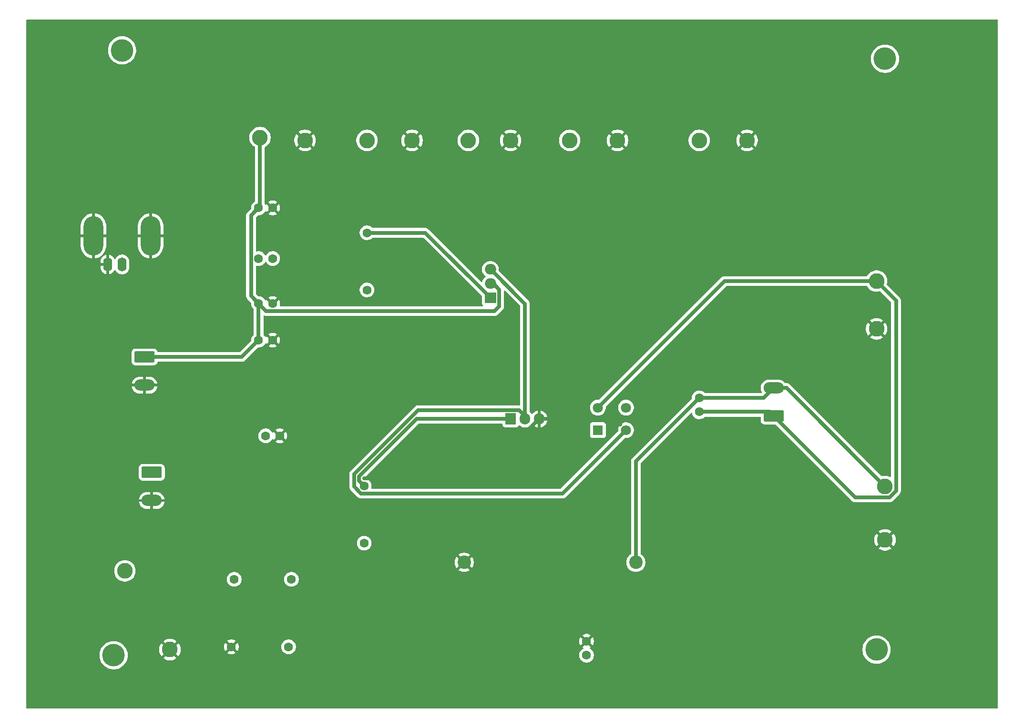
<source format=gbl>
%TF.GenerationSoftware,KiCad,Pcbnew,9.0.4*%
%TF.CreationDate,2025-10-14T11:36:06-05:00*%
%TF.ProjectId,Prelab7,5072656c-6162-4372-9e6b-696361645f70,rev?*%
%TF.SameCoordinates,Original*%
%TF.FileFunction,Copper,L2,Bot*%
%TF.FilePolarity,Positive*%
%FSLAX46Y46*%
G04 Gerber Fmt 4.6, Leading zero omitted, Abs format (unit mm)*
G04 Created by KiCad (PCBNEW 9.0.4) date 2025-10-14 11:36:06*
%MOMM*%
%LPD*%
G01*
G04 APERTURE LIST*
G04 Aperture macros list*
%AMRoundRect*
0 Rectangle with rounded corners*
0 $1 Rounding radius*
0 $2 $3 $4 $5 $6 $7 $8 $9 X,Y pos of 4 corners*
0 Add a 4 corners polygon primitive as box body*
4,1,4,$2,$3,$4,$5,$6,$7,$8,$9,$2,$3,0*
0 Add four circle primitives for the rounded corners*
1,1,$1+$1,$2,$3*
1,1,$1+$1,$4,$5*
1,1,$1+$1,$6,$7*
1,1,$1+$1,$8,$9*
0 Add four rect primitives between the rounded corners*
20,1,$1+$1,$2,$3,$4,$5,0*
20,1,$1+$1,$4,$5,$6,$7,0*
20,1,$1+$1,$6,$7,$8,$9,0*
20,1,$1+$1,$8,$9,$2,$3,0*%
G04 Aperture macros list end*
%TA.AperFunction,ComponentPad*%
%ADD10C,2.800000*%
%TD*%
%TA.AperFunction,ComponentPad*%
%ADD11C,1.600000*%
%TD*%
%TA.AperFunction,ComponentPad*%
%ADD12RoundRect,0.250000X1.550000X-0.750000X1.550000X0.750000X-1.550000X0.750000X-1.550000X-0.750000X0*%
%TD*%
%TA.AperFunction,ComponentPad*%
%ADD13O,3.600000X2.000000*%
%TD*%
%TA.AperFunction,ComponentPad*%
%ADD14RoundRect,0.250000X-1.550000X0.750000X-1.550000X-0.750000X1.550000X-0.750000X1.550000X0.750000X0*%
%TD*%
%TA.AperFunction,ComponentPad*%
%ADD15C,2.400000*%
%TD*%
%TA.AperFunction,ComponentPad*%
%ADD16R,1.905000X2.000000*%
%TD*%
%TA.AperFunction,ComponentPad*%
%ADD17O,1.905000X2.000000*%
%TD*%
%TA.AperFunction,ComponentPad*%
%ADD18R,2.000000X1.905000*%
%TD*%
%TA.AperFunction,ComponentPad*%
%ADD19O,2.000000X1.905000*%
%TD*%
%TA.AperFunction,ComponentPad*%
%ADD20O,1.600000X2.500000*%
%TD*%
%TA.AperFunction,ComponentPad*%
%ADD21O,3.500000X7.000000*%
%TD*%
%TA.AperFunction,ComponentPad*%
%ADD22R,1.800000X1.800000*%
%TD*%
%TA.AperFunction,ComponentPad*%
%ADD23C,1.800000*%
%TD*%
%TA.AperFunction,ViaPad*%
%ADD24C,4.000000*%
%TD*%
%TA.AperFunction,Conductor*%
%ADD25C,0.700000*%
%TD*%
G04 APERTURE END LIST*
D10*
%TO.P,GND_T8,1,1*%
%TO.N,GND*%
X69500000Y-148000000D03*
%TD*%
D11*
%TO.P,C3,2*%
%TO.N,GND*%
X89000000Y-110000000D03*
%TO.P,C3,1*%
%TO.N,10V*%
X86500000Y-110000000D03*
%TD*%
D10*
%TO.P,V_1L_T7,1,1*%
%TO.N,Vout-*%
X196500000Y-119000000D03*
%TD*%
%TO.P,Vout_T6,1,1*%
%TO.N,Vout+*%
X195000000Y-82500000D03*
%TD*%
D12*
%TO.P,Vout1,1,Pin_1*%
%TO.N,Vout+*%
X176722500Y-106500000D03*
D13*
%TO.P,Vout1,2,Pin_2*%
%TO.N,Vout-*%
X176722500Y-101500000D03*
%TD*%
D10*
%TO.P,Vin_T1,1,1*%
%TO.N,Vin+*%
X85500000Y-57000000D03*
%TD*%
D14*
%TO.P,Vin1,1,Pin_1*%
%TO.N,Vin+*%
X65000000Y-96000000D03*
D13*
%TO.P,Vin1,2,Pin_2*%
%TO.N,GND*%
X65000000Y-101000000D03*
%TD*%
D11*
%TO.P,R5,1*%
%TO.N,LOWDR*%
X104000000Y-129080000D03*
%TO.P,R5,2*%
%TO.N,Net-(Q2-G)*%
X104000000Y-118920000D03*
%TD*%
%TO.P,R4,1*%
%TO.N,HIGHDR*%
X104500000Y-84080000D03*
%TO.P,R4,2*%
%TO.N,Net-(Q1-G)*%
X104500000Y-73920000D03*
%TD*%
%TO.P,R3,1*%
%TO.N,Net-(U1A--)*%
X80920000Y-135500000D03*
%TO.P,R3,2*%
%TO.N,OPAMP_OUT*%
X91080000Y-135500000D03*
%TD*%
%TO.P,R2,1*%
%TO.N,GND*%
X80420000Y-147500000D03*
%TO.P,R2,2*%
%TO.N,Net-(U1A--)*%
X90580000Y-147500000D03*
%TD*%
D15*
%TO.P,R1,1*%
%TO.N,GND*%
X121755000Y-132500000D03*
%TO.P,R1,2*%
%TO.N,Vout-*%
X152235000Y-132500000D03*
%TD*%
D16*
%TO.P,Q2,1,G*%
%TO.N,Net-(Q2-G)*%
X130000000Y-107000000D03*
D17*
%TO.P,Q2,2,D*%
%TO.N,SW*%
X132540000Y-107000000D03*
%TO.P,Q2,3,S*%
%TO.N,GND*%
X135080000Y-107000000D03*
%TD*%
D18*
%TO.P,Q1,1,G*%
%TO.N,Net-(Q1-G)*%
X126420000Y-85500000D03*
D19*
%TO.P,Q1,2,D*%
%TO.N,Vin+*%
X126420000Y-82960000D03*
%TO.P,Q1,3,S*%
%TO.N,SW*%
X126420000Y-80420000D03*
%TD*%
D10*
%TO.P,PWM_T3,1,1*%
%TO.N,PWM*%
X122500000Y-57500000D03*
%TD*%
D20*
%TO.P,PWM1,1,In*%
%TO.N,PWM*%
X61000000Y-79550000D03*
D21*
%TO.P,PWM1,2,Ext*%
%TO.N,GND*%
X55920000Y-74470000D03*
D20*
X58460000Y-79550000D03*
D21*
X66080000Y-74470000D03*
%TD*%
D10*
%TO.P,OPAMP_OUT_T8,1,1*%
%TO.N,OPAMP_OUT*%
X61500000Y-134000000D03*
%TD*%
%TO.P,LOW_Vds_T5,1,1*%
%TO.N,SW*%
X163500000Y-57500000D03*
%TD*%
%TO.P,LOWDR_T4,1,1*%
%TO.N,LOWDR*%
X140500000Y-57500000D03*
%TD*%
D22*
%TO.P,L1,1,1*%
%TO.N,unconnected-(L1-Pad1)*%
X145500000Y-109000000D03*
D23*
%TO.P,L1,2,2*%
%TO.N,SW*%
X150500000Y-109000000D03*
%TO.P,L1,3,3*%
%TO.N,Vout+*%
X145500000Y-105000000D03*
%TO.P,L1,4,4*%
%TO.N,unconnected-(L1-Pad4)*%
X150500000Y-105000000D03*
%TD*%
D10*
%TO.P,GND_T7,1,1*%
%TO.N,GND*%
X196500000Y-128500000D03*
%TD*%
%TO.P,GND_T6,1,1*%
%TO.N,GND*%
X195000000Y-91000000D03*
%TD*%
%TO.P,GND_T5,1,1*%
%TO.N,GND*%
X172000000Y-57500000D03*
%TD*%
%TO.P,GND_T4,1,1*%
%TO.N,GND*%
X149000000Y-57500000D03*
%TD*%
%TO.P,GND_T3,1,1*%
%TO.N,GND*%
X130000000Y-57500000D03*
%TD*%
%TO.P,GND_T2,1,1*%
%TO.N,GND*%
X112500000Y-57500000D03*
%TD*%
%TO.P,GND_T1,1,1*%
%TO.N,GND*%
X93500000Y-57500000D03*
%TD*%
D11*
%TO.P,C7,1*%
%TO.N,Vin+*%
X85250000Y-93000000D03*
%TO.P,C7,2*%
%TO.N,GND*%
X87750000Y-93000000D03*
%TD*%
%TO.P,C6,1*%
%TO.N,Vin+*%
X85250000Y-86500000D03*
%TO.P,C6,2*%
%TO.N,GND*%
X87750000Y-86500000D03*
%TD*%
%TO.P,C5,1*%
%TO.N,BOOT*%
X85250000Y-78500000D03*
%TO.P,C5,2*%
%TO.N,SW*%
X87750000Y-78500000D03*
%TD*%
%TO.P,C4,1*%
%TO.N,10V*%
X143500000Y-149000000D03*
%TO.P,C4,2*%
%TO.N,GND*%
X143500000Y-146500000D03*
%TD*%
%TO.P,C2,1*%
%TO.N,Vout+*%
X163500000Y-105750000D03*
%TO.P,C2,2*%
%TO.N,Vout-*%
X163500000Y-103250000D03*
%TD*%
%TO.P,C1,1*%
%TO.N,Vin+*%
X85250000Y-69500000D03*
%TO.P,C1,2*%
%TO.N,GND*%
X87750000Y-69500000D03*
%TD*%
D10*
%TO.P,10V_T2,1,1*%
%TO.N,10V*%
X104500000Y-57500000D03*
%TD*%
D14*
%TO.P,10VD1,1,Pin_1*%
%TO.N,10V*%
X66277500Y-116500000D03*
D13*
%TO.P,10VD1,2,Pin_2*%
%TO.N,GND*%
X66277500Y-121500000D03*
%TD*%
D24*
%TO.N,*%
X196500000Y-43000000D03*
X195000000Y-148000000D03*
X59500000Y-149000000D03*
X61000000Y-41500000D03*
%TD*%
D25*
%TO.N,Vout+*%
X175972500Y-105750000D02*
X176722500Y-106500000D01*
X163500000Y-105750000D02*
X175972500Y-105750000D01*
%TO.N,Vin+*%
X82250000Y-96000000D02*
X85250000Y-93000000D01*
X65000000Y-96000000D02*
X82250000Y-96000000D01*
X83899000Y-85149000D02*
X85250000Y-86500000D01*
X85250000Y-69500000D02*
X83899000Y-70851000D01*
X83899000Y-70851000D02*
X83899000Y-85149000D01*
X85250000Y-93000000D02*
X85250000Y-86500000D01*
%TO.N,SW*%
X113571588Y-105449000D02*
X131503500Y-105449000D01*
X102198001Y-116822587D02*
X113571588Y-105449000D01*
X132540000Y-106485500D02*
X132540000Y-107000000D01*
X139229000Y-120271000D02*
X103440397Y-120271000D01*
X103440397Y-120271000D02*
X102198001Y-119028604D01*
X102198001Y-119028604D02*
X102198001Y-116822587D01*
X150500000Y-109000000D02*
X139229000Y-120271000D01*
X131503500Y-105449000D02*
X132540000Y-106485500D01*
%TO.N,Vout+*%
X168000000Y-82500000D02*
X145500000Y-105000000D01*
X195000000Y-82500000D02*
X168000000Y-82500000D01*
X198451000Y-85951000D02*
X195000000Y-82500000D01*
X197308131Y-120951000D02*
X198451000Y-119808131D01*
X176722500Y-106500000D02*
X191173500Y-120951000D01*
X191173500Y-120951000D02*
X197308131Y-120951000D01*
X198451000Y-119808131D02*
X198451000Y-85951000D01*
%TO.N,Vout-*%
X176722500Y-101500000D02*
X179000000Y-101500000D01*
X179000000Y-101500000D02*
X196500000Y-119000000D01*
X174972500Y-103250000D02*
X176722500Y-101500000D01*
X163500000Y-103250000D02*
X174972500Y-103250000D01*
X152235000Y-132500000D02*
X152235000Y-114515000D01*
X152235000Y-114515000D02*
X163500000Y-103250000D01*
%TO.N,GND*%
X148500000Y-107000000D02*
X149473988Y-107973988D01*
X135080000Y-107000000D02*
X148500000Y-107000000D01*
%TO.N,Net-(Q2-G)*%
X103099000Y-118019000D02*
X104000000Y-118920000D01*
X103099000Y-117195794D02*
X103099000Y-118019000D01*
X113294794Y-107000000D02*
X103099000Y-117195794D01*
X130000000Y-107000000D02*
X113294794Y-107000000D01*
%TO.N,GND*%
X124511000Y-117569000D02*
X104000000Y-117569000D01*
X135080000Y-107000000D02*
X124511000Y-117569000D01*
%TO.N,SW*%
X132540000Y-107000000D02*
X132540000Y-86540000D01*
X132540000Y-86540000D02*
X126420000Y-80420000D01*
%TO.N,Vin+*%
X85500000Y-69250000D02*
X85250000Y-69500000D01*
X85500000Y-57000000D02*
X85500000Y-69250000D01*
X86601000Y-87851000D02*
X85250000Y-86500000D01*
X127123500Y-87851000D02*
X86601000Y-87851000D01*
X127971000Y-87003500D02*
X127123500Y-87851000D01*
X126934500Y-82960000D02*
X127971000Y-83996500D01*
X126420000Y-82960000D02*
X126934500Y-82960000D01*
X127971000Y-83996500D02*
X127971000Y-87003500D01*
%TO.N,Net-(Q1-G)*%
X114840000Y-73920000D02*
X126420000Y-85500000D01*
X104500000Y-73920000D02*
X114840000Y-73920000D01*
%TD*%
%TA.AperFunction,Conductor*%
%TO.N,GND*%
G36*
X216442539Y-36020185D02*
G01*
X216488294Y-36072989D01*
X216499500Y-36124500D01*
X216499500Y-158375500D01*
X216479815Y-158442539D01*
X216427011Y-158488294D01*
X216375500Y-158499500D01*
X44124500Y-158499500D01*
X44057461Y-158479815D01*
X44011706Y-158427011D01*
X44000500Y-158375500D01*
X44000500Y-148859568D01*
X56999500Y-148859568D01*
X56999500Y-149140431D01*
X57030942Y-149419494D01*
X57030945Y-149419512D01*
X57093439Y-149693317D01*
X57093443Y-149693329D01*
X57186200Y-149958411D01*
X57308053Y-150211442D01*
X57308055Y-150211445D01*
X57457477Y-150449248D01*
X57632584Y-150668825D01*
X57831175Y-150867416D01*
X58050752Y-151042523D01*
X58288555Y-151191945D01*
X58541592Y-151313801D01*
X58740680Y-151383465D01*
X58806670Y-151406556D01*
X58806682Y-151406560D01*
X59080491Y-151469055D01*
X59080497Y-151469055D01*
X59080505Y-151469057D01*
X59266547Y-151490018D01*
X59359569Y-151500499D01*
X59359572Y-151500500D01*
X59359575Y-151500500D01*
X59640428Y-151500500D01*
X59640429Y-151500499D01*
X59783055Y-151484429D01*
X59919494Y-151469057D01*
X59919499Y-151469056D01*
X59919509Y-151469055D01*
X60193318Y-151406560D01*
X60458408Y-151313801D01*
X60711445Y-151191945D01*
X60949248Y-151042523D01*
X61168825Y-150867416D01*
X61367416Y-150668825D01*
X61542523Y-150449248D01*
X61691945Y-150211445D01*
X61813801Y-149958408D01*
X61906560Y-149693318D01*
X61969055Y-149419509D01*
X61982010Y-149304534D01*
X61992498Y-149211442D01*
X62000500Y-149140425D01*
X62000500Y-148859575D01*
X61983529Y-148708951D01*
X61969057Y-148580505D01*
X61969054Y-148580487D01*
X61906560Y-148306682D01*
X61906556Y-148306670D01*
X61878301Y-148225922D01*
X61813801Y-148041592D01*
X61813798Y-148041587D01*
X61813796Y-148041580D01*
X61757755Y-147925209D01*
X61733800Y-147875466D01*
X67600000Y-147875466D01*
X67600000Y-148124533D01*
X67632508Y-148371463D01*
X67696973Y-148612049D01*
X67792283Y-148842148D01*
X67792288Y-148842159D01*
X67916813Y-149057841D01*
X67916819Y-149057849D01*
X67991400Y-149155045D01*
X68784152Y-148362292D01*
X68791049Y-148378942D01*
X68878599Y-148509970D01*
X68990030Y-148621401D01*
X69121058Y-148708951D01*
X69137705Y-148715846D01*
X68344953Y-149508598D01*
X68442150Y-149583180D01*
X68442158Y-149583186D01*
X68657840Y-149707711D01*
X68657851Y-149707716D01*
X68887950Y-149803026D01*
X69128536Y-149867491D01*
X69375466Y-149900000D01*
X69624534Y-149900000D01*
X69871463Y-149867491D01*
X70112049Y-149803026D01*
X70342148Y-149707716D01*
X70342159Y-149707711D01*
X70557855Y-149583178D01*
X70655045Y-149508600D01*
X70655045Y-149508597D01*
X69862294Y-148715846D01*
X69878942Y-148708951D01*
X70009970Y-148621401D01*
X70121401Y-148509970D01*
X70208951Y-148378942D01*
X70215846Y-148362294D01*
X71008597Y-149155045D01*
X71008600Y-149155045D01*
X71083178Y-149057855D01*
X71175674Y-148897648D01*
X142199500Y-148897648D01*
X142199500Y-149102351D01*
X142231522Y-149304534D01*
X142294781Y-149499223D01*
X142337559Y-149583178D01*
X142381198Y-149668824D01*
X142387715Y-149681613D01*
X142508028Y-149847213D01*
X142652786Y-149991971D01*
X142807749Y-150104556D01*
X142818390Y-150112287D01*
X142934607Y-150171503D01*
X143000776Y-150205218D01*
X143000778Y-150205218D01*
X143000781Y-150205220D01*
X143105137Y-150239127D01*
X143195465Y-150268477D01*
X143296557Y-150284488D01*
X143397648Y-150300500D01*
X143397649Y-150300500D01*
X143602351Y-150300500D01*
X143602352Y-150300500D01*
X143804534Y-150268477D01*
X143999219Y-150205220D01*
X144181610Y-150112287D01*
X144277633Y-150042523D01*
X144347213Y-149991971D01*
X144347215Y-149991968D01*
X144347219Y-149991966D01*
X144491966Y-149847219D01*
X144491968Y-149847215D01*
X144491971Y-149847213D01*
X144544732Y-149774590D01*
X144612287Y-149681610D01*
X144705220Y-149499219D01*
X144768477Y-149304534D01*
X144800500Y-149102352D01*
X144800500Y-148897648D01*
X144768477Y-148695466D01*
X144705220Y-148500781D01*
X144705218Y-148500778D01*
X144705218Y-148500776D01*
X144663802Y-148419494D01*
X144612287Y-148318390D01*
X144603772Y-148306670D01*
X144491971Y-148152786D01*
X144347217Y-148008032D01*
X144347212Y-148008028D01*
X144278983Y-147958457D01*
X144278970Y-147958448D01*
X144181610Y-147887713D01*
X144126373Y-147859568D01*
X192499500Y-147859568D01*
X192499500Y-148140431D01*
X192530942Y-148419494D01*
X192530945Y-148419512D01*
X192593439Y-148693317D01*
X192593443Y-148693329D01*
X192686200Y-148958411D01*
X192808053Y-149211442D01*
X192808055Y-149211445D01*
X192957477Y-149449248D01*
X193132584Y-149668825D01*
X193331175Y-149867416D01*
X193550752Y-150042523D01*
X193788555Y-150191945D01*
X194041592Y-150313801D01*
X194240680Y-150383465D01*
X194306670Y-150406556D01*
X194306682Y-150406560D01*
X194580491Y-150469055D01*
X194580497Y-150469055D01*
X194580505Y-150469057D01*
X194766547Y-150490018D01*
X194859569Y-150500499D01*
X194859572Y-150500500D01*
X194859575Y-150500500D01*
X195140428Y-150500500D01*
X195140429Y-150500499D01*
X195283055Y-150484429D01*
X195419494Y-150469057D01*
X195419499Y-150469056D01*
X195419509Y-150469055D01*
X195693318Y-150406560D01*
X195958408Y-150313801D01*
X196211445Y-150191945D01*
X196449248Y-150042523D01*
X196668825Y-149867416D01*
X196867416Y-149668825D01*
X197042523Y-149449248D01*
X197191945Y-149211445D01*
X197313801Y-148958408D01*
X197406560Y-148693318D01*
X197469055Y-148419509D01*
X197474469Y-148371463D01*
X197495859Y-148181613D01*
X197500500Y-148140425D01*
X197500500Y-147859575D01*
X197477382Y-147654394D01*
X197469057Y-147580505D01*
X197469054Y-147580487D01*
X197462267Y-147550753D01*
X197406560Y-147306682D01*
X197313801Y-147041592D01*
X197191945Y-146788555D01*
X197042523Y-146550752D01*
X196867416Y-146331175D01*
X196668825Y-146132584D01*
X196449248Y-145957477D01*
X196211445Y-145808055D01*
X196211442Y-145808053D01*
X195958411Y-145686200D01*
X195693329Y-145593443D01*
X195693317Y-145593439D01*
X195419512Y-145530945D01*
X195419494Y-145530942D01*
X195140431Y-145499500D01*
X195140425Y-145499500D01*
X194859575Y-145499500D01*
X194859568Y-145499500D01*
X194580505Y-145530942D01*
X194580487Y-145530945D01*
X194306682Y-145593439D01*
X194306670Y-145593443D01*
X194041588Y-145686200D01*
X193788557Y-145808053D01*
X193550753Y-145957476D01*
X193331175Y-146132583D01*
X193132583Y-146331175D01*
X192957476Y-146550753D01*
X192808053Y-146788557D01*
X192686200Y-147041588D01*
X192593443Y-147306670D01*
X192593439Y-147306682D01*
X192530945Y-147580487D01*
X192530942Y-147580505D01*
X192499500Y-147859568D01*
X144126373Y-147859568D01*
X144122046Y-147857363D01*
X144116767Y-147853963D01*
X144097853Y-147832088D01*
X144076825Y-147812228D01*
X144075277Y-147805978D01*
X144071068Y-147801110D01*
X144066982Y-147772481D01*
X144060031Y-147744407D01*
X144062107Y-147738314D01*
X144061198Y-147731941D01*
X144073239Y-147705649D01*
X144082569Y-147678272D01*
X144087888Y-147673662D01*
X144090291Y-147668417D01*
X144104334Y-147659412D01*
X144127624Y-147639233D01*
X144181349Y-147611859D01*
X144225921Y-147579474D01*
X143546447Y-146900000D01*
X143552661Y-146900000D01*
X143654394Y-146872741D01*
X143745606Y-146820080D01*
X143820080Y-146745606D01*
X143872741Y-146654394D01*
X143900000Y-146552661D01*
X143900000Y-146546448D01*
X144579474Y-147225922D01*
X144579474Y-147225921D01*
X144611859Y-147181349D01*
X144704755Y-146999031D01*
X144767990Y-146804417D01*
X144800000Y-146602317D01*
X144800000Y-146397682D01*
X144767990Y-146195582D01*
X144704755Y-146000968D01*
X144611859Y-145818650D01*
X144579474Y-145774077D01*
X144579474Y-145774076D01*
X143900000Y-146453551D01*
X143900000Y-146447339D01*
X143872741Y-146345606D01*
X143820080Y-146254394D01*
X143745606Y-146179920D01*
X143654394Y-146127259D01*
X143552661Y-146100000D01*
X143546446Y-146100000D01*
X144225922Y-145420524D01*
X144225921Y-145420523D01*
X144181359Y-145388147D01*
X144181350Y-145388141D01*
X143999031Y-145295244D01*
X143804417Y-145232009D01*
X143602317Y-145200000D01*
X143397683Y-145200000D01*
X143195582Y-145232009D01*
X143000968Y-145295244D01*
X142818644Y-145388143D01*
X142774077Y-145420523D01*
X142774077Y-145420524D01*
X143453554Y-146100000D01*
X143447339Y-146100000D01*
X143345606Y-146127259D01*
X143254394Y-146179920D01*
X143179920Y-146254394D01*
X143127259Y-146345606D01*
X143100000Y-146447339D01*
X143100000Y-146453553D01*
X142420524Y-145774077D01*
X142420523Y-145774077D01*
X142388143Y-145818644D01*
X142295244Y-146000968D01*
X142232009Y-146195582D01*
X142200000Y-146397682D01*
X142200000Y-146602317D01*
X142232009Y-146804417D01*
X142295244Y-146999031D01*
X142388141Y-147181350D01*
X142388147Y-147181359D01*
X142420523Y-147225921D01*
X142420524Y-147225922D01*
X143100000Y-146546446D01*
X143100000Y-146552661D01*
X143127259Y-146654394D01*
X143179920Y-146745606D01*
X143254394Y-146820080D01*
X143345606Y-146872741D01*
X143447339Y-146900000D01*
X143453553Y-146900000D01*
X142774076Y-147579474D01*
X142818652Y-147611861D01*
X142872376Y-147639234D01*
X142923172Y-147687208D01*
X142939968Y-147755028D01*
X142917431Y-147821164D01*
X142872379Y-147860203D01*
X142818386Y-147887714D01*
X142652786Y-148008028D01*
X142508028Y-148152786D01*
X142387715Y-148318386D01*
X142294781Y-148500776D01*
X142231522Y-148695465D01*
X142199500Y-148897648D01*
X71175674Y-148897648D01*
X71207711Y-148842159D01*
X71207716Y-148842148D01*
X71303026Y-148612049D01*
X71333018Y-148500121D01*
X71333018Y-148500120D01*
X71367491Y-148371465D01*
X71400000Y-148124533D01*
X71400000Y-147875466D01*
X71367491Y-147628534D01*
X71312930Y-147424909D01*
X71305634Y-147397682D01*
X79120000Y-147397682D01*
X79120000Y-147602317D01*
X79152009Y-147804417D01*
X79215244Y-147999031D01*
X79308141Y-148181350D01*
X79308147Y-148181359D01*
X79340523Y-148225921D01*
X79340524Y-148225922D01*
X80020000Y-147546446D01*
X80020000Y-147552661D01*
X80047259Y-147654394D01*
X80099920Y-147745606D01*
X80174394Y-147820080D01*
X80265606Y-147872741D01*
X80367339Y-147900000D01*
X80373553Y-147900000D01*
X79694076Y-148579474D01*
X79738650Y-148611859D01*
X79920968Y-148704755D01*
X80115582Y-148767990D01*
X80317683Y-148800000D01*
X80522317Y-148800000D01*
X80724417Y-148767990D01*
X80919031Y-148704755D01*
X81101349Y-148611859D01*
X81145921Y-148579474D01*
X80466447Y-147900000D01*
X80472661Y-147900000D01*
X80574394Y-147872741D01*
X80665606Y-147820080D01*
X80740080Y-147745606D01*
X80792741Y-147654394D01*
X80820000Y-147552661D01*
X80820000Y-147546447D01*
X81499474Y-148225921D01*
X81531859Y-148181349D01*
X81624755Y-147999031D01*
X81687990Y-147804417D01*
X81720000Y-147602317D01*
X81720000Y-147397682D01*
X81719995Y-147397648D01*
X89279500Y-147397648D01*
X89279500Y-147602351D01*
X89311522Y-147804534D01*
X89374781Y-147999223D01*
X89415325Y-148078793D01*
X89467585Y-148181359D01*
X89467715Y-148181613D01*
X89588028Y-148347213D01*
X89732786Y-148491971D01*
X89854626Y-148580491D01*
X89898390Y-148612287D01*
X90014607Y-148671503D01*
X90080776Y-148705218D01*
X90080778Y-148705218D01*
X90080781Y-148705220D01*
X90185137Y-148739127D01*
X90275465Y-148768477D01*
X90376557Y-148784488D01*
X90477648Y-148800500D01*
X90477649Y-148800500D01*
X90682351Y-148800500D01*
X90682352Y-148800500D01*
X90792933Y-148782985D01*
X90873006Y-148770303D01*
X90874192Y-148770115D01*
X90884534Y-148768477D01*
X91079219Y-148705220D01*
X91261610Y-148612287D01*
X91354590Y-148544732D01*
X91427213Y-148491971D01*
X91427215Y-148491968D01*
X91427219Y-148491966D01*
X91571966Y-148347219D01*
X91571968Y-148347215D01*
X91571971Y-148347213D01*
X91654695Y-148233351D01*
X91692287Y-148181610D01*
X91785220Y-147999219D01*
X91848477Y-147804534D01*
X91880500Y-147602352D01*
X91880500Y-147397648D01*
X91863616Y-147291049D01*
X91848477Y-147195465D01*
X91798479Y-147041588D01*
X91785220Y-147000781D01*
X91785218Y-147000778D01*
X91785218Y-147000776D01*
X91710203Y-146853553D01*
X91692287Y-146818390D01*
X91660092Y-146774077D01*
X91571971Y-146652786D01*
X91427219Y-146508034D01*
X91406712Y-146493135D01*
X91406710Y-146493132D01*
X91261613Y-146387715D01*
X91261612Y-146387714D01*
X91261610Y-146387713D01*
X91204653Y-146358691D01*
X91079223Y-146294781D01*
X90884534Y-146231522D01*
X90709995Y-146203878D01*
X90682352Y-146199500D01*
X90477648Y-146199500D01*
X90453329Y-146203351D01*
X90275465Y-146231522D01*
X90080776Y-146294781D01*
X89898386Y-146387715D01*
X89732786Y-146508028D01*
X89588028Y-146652786D01*
X89467715Y-146818386D01*
X89374781Y-147000776D01*
X89311522Y-147195465D01*
X89279500Y-147397648D01*
X81719995Y-147397648D01*
X81687990Y-147195582D01*
X81624755Y-147000968D01*
X81531859Y-146818650D01*
X81499474Y-146774077D01*
X81499474Y-146774076D01*
X80820000Y-147453551D01*
X80820000Y-147447339D01*
X80792741Y-147345606D01*
X80740080Y-147254394D01*
X80665606Y-147179920D01*
X80574394Y-147127259D01*
X80472661Y-147100000D01*
X80466446Y-147100000D01*
X81145922Y-146420524D01*
X81145921Y-146420523D01*
X81101359Y-146388147D01*
X81101350Y-146388141D01*
X80919031Y-146295244D01*
X80724417Y-146232009D01*
X80522317Y-146200000D01*
X80317683Y-146200000D01*
X80115582Y-146232009D01*
X79920968Y-146295244D01*
X79738644Y-146388143D01*
X79694077Y-146420523D01*
X79694077Y-146420524D01*
X80373554Y-147100000D01*
X80367339Y-147100000D01*
X80265606Y-147127259D01*
X80174394Y-147179920D01*
X80099920Y-147254394D01*
X80047259Y-147345606D01*
X80020000Y-147447339D01*
X80020000Y-147453553D01*
X79340524Y-146774077D01*
X79340523Y-146774077D01*
X79308143Y-146818644D01*
X79215244Y-147000968D01*
X79152009Y-147195582D01*
X79120000Y-147397682D01*
X71305634Y-147397682D01*
X71303026Y-147387950D01*
X71207716Y-147157851D01*
X71207711Y-147157840D01*
X71083186Y-146942158D01*
X71083180Y-146942150D01*
X71008598Y-146844953D01*
X70215846Y-147637705D01*
X70208951Y-147621058D01*
X70121401Y-147490030D01*
X70009970Y-147378599D01*
X69878942Y-147291049D01*
X69862292Y-147284152D01*
X70655045Y-146491400D01*
X70557849Y-146416819D01*
X70557841Y-146416813D01*
X70342159Y-146292288D01*
X70342148Y-146292283D01*
X70112049Y-146196973D01*
X69871463Y-146132508D01*
X69624534Y-146100000D01*
X69375466Y-146100000D01*
X69128536Y-146132508D01*
X68887950Y-146196973D01*
X68657851Y-146292283D01*
X68657847Y-146292285D01*
X68442143Y-146416823D01*
X68344953Y-146491399D01*
X68344953Y-146491400D01*
X69137706Y-147284153D01*
X69121058Y-147291049D01*
X68990030Y-147378599D01*
X68878599Y-147490030D01*
X68791049Y-147621058D01*
X68784153Y-147637706D01*
X67991400Y-146844953D01*
X67991399Y-146844953D01*
X67916823Y-146942143D01*
X67792285Y-147157847D01*
X67792283Y-147157851D01*
X67696973Y-147387950D01*
X67632508Y-147628536D01*
X67600000Y-147875466D01*
X61733800Y-147875466D01*
X61691946Y-147788557D01*
X61681845Y-147772481D01*
X61542523Y-147550752D01*
X61367416Y-147331175D01*
X61168825Y-147132584D01*
X60949248Y-146957477D01*
X60711445Y-146808055D01*
X60711442Y-146808053D01*
X60458411Y-146686200D01*
X60373231Y-146656394D01*
X60193329Y-146593443D01*
X60193317Y-146593439D01*
X59919512Y-146530945D01*
X59919494Y-146530942D01*
X59640431Y-146499500D01*
X59640425Y-146499500D01*
X59359575Y-146499500D01*
X59359568Y-146499500D01*
X59080505Y-146530942D01*
X59080487Y-146530945D01*
X58806682Y-146593439D01*
X58806670Y-146593443D01*
X58541588Y-146686200D01*
X58288557Y-146808053D01*
X58050753Y-146957476D01*
X57831175Y-147132583D01*
X57632583Y-147331175D01*
X57457476Y-147550753D01*
X57308053Y-147788557D01*
X57186200Y-148041588D01*
X57093443Y-148306670D01*
X57093439Y-148306682D01*
X57030945Y-148580487D01*
X57030942Y-148580505D01*
X56999500Y-148859568D01*
X44000500Y-148859568D01*
X44000500Y-133875441D01*
X59599500Y-133875441D01*
X59599500Y-134124558D01*
X59599501Y-134124575D01*
X59632017Y-134371561D01*
X59696498Y-134612207D01*
X59791830Y-134842361D01*
X59791837Y-134842376D01*
X59916400Y-135058126D01*
X60068060Y-135255774D01*
X60068066Y-135255781D01*
X60244218Y-135431933D01*
X60244225Y-135431939D01*
X60441873Y-135583599D01*
X60657623Y-135708162D01*
X60657638Y-135708169D01*
X60756825Y-135749253D01*
X60887793Y-135803502D01*
X61128435Y-135867982D01*
X61375435Y-135900500D01*
X61375442Y-135900500D01*
X61624558Y-135900500D01*
X61624565Y-135900500D01*
X61871565Y-135867982D01*
X62112207Y-135803502D01*
X62342373Y-135708164D01*
X62558127Y-135583599D01*
X62755776Y-135431938D01*
X62790066Y-135397648D01*
X79619500Y-135397648D01*
X79619500Y-135602351D01*
X79651522Y-135804534D01*
X79714781Y-135999223D01*
X79807715Y-136181613D01*
X79928028Y-136347213D01*
X80072786Y-136491971D01*
X80227749Y-136604556D01*
X80238390Y-136612287D01*
X80354607Y-136671503D01*
X80420776Y-136705218D01*
X80420778Y-136705218D01*
X80420781Y-136705220D01*
X80525137Y-136739127D01*
X80615465Y-136768477D01*
X80716557Y-136784488D01*
X80817648Y-136800500D01*
X80817649Y-136800500D01*
X81022351Y-136800500D01*
X81022352Y-136800500D01*
X81224534Y-136768477D01*
X81419219Y-136705220D01*
X81601610Y-136612287D01*
X81694590Y-136544732D01*
X81767213Y-136491971D01*
X81767215Y-136491968D01*
X81767219Y-136491966D01*
X81911966Y-136347219D01*
X81911968Y-136347215D01*
X81911971Y-136347213D01*
X81964732Y-136274590D01*
X82032287Y-136181610D01*
X82125220Y-135999219D01*
X82188477Y-135804534D01*
X82220500Y-135602352D01*
X82220500Y-135397648D01*
X89779500Y-135397648D01*
X89779500Y-135602351D01*
X89811522Y-135804534D01*
X89874781Y-135999223D01*
X89967715Y-136181613D01*
X90088028Y-136347213D01*
X90232786Y-136491971D01*
X90387749Y-136604556D01*
X90398390Y-136612287D01*
X90514607Y-136671503D01*
X90580776Y-136705218D01*
X90580778Y-136705218D01*
X90580781Y-136705220D01*
X90685137Y-136739127D01*
X90775465Y-136768477D01*
X90876557Y-136784488D01*
X90977648Y-136800500D01*
X90977649Y-136800500D01*
X91182351Y-136800500D01*
X91182352Y-136800500D01*
X91384534Y-136768477D01*
X91579219Y-136705220D01*
X91761610Y-136612287D01*
X91854590Y-136544732D01*
X91927213Y-136491971D01*
X91927215Y-136491968D01*
X91927219Y-136491966D01*
X92071966Y-136347219D01*
X92071968Y-136347215D01*
X92071971Y-136347213D01*
X92124732Y-136274590D01*
X92192287Y-136181610D01*
X92285220Y-135999219D01*
X92348477Y-135804534D01*
X92380500Y-135602352D01*
X92380500Y-135397648D01*
X92348477Y-135195466D01*
X92285220Y-135000781D01*
X92285218Y-135000778D01*
X92285218Y-135000776D01*
X92204508Y-134842376D01*
X92192287Y-134818390D01*
X92184556Y-134807749D01*
X92071971Y-134652786D01*
X91927213Y-134508028D01*
X91761613Y-134387715D01*
X91761612Y-134387714D01*
X91761610Y-134387713D01*
X91704653Y-134358691D01*
X91579223Y-134294781D01*
X91384534Y-134231522D01*
X91209995Y-134203878D01*
X91182352Y-134199500D01*
X90977648Y-134199500D01*
X90953329Y-134203351D01*
X90775465Y-134231522D01*
X90580776Y-134294781D01*
X90398386Y-134387715D01*
X90232786Y-134508028D01*
X90088028Y-134652786D01*
X89967715Y-134818386D01*
X89874781Y-135000776D01*
X89811522Y-135195465D01*
X89779500Y-135397648D01*
X82220500Y-135397648D01*
X82188477Y-135195466D01*
X82125220Y-135000781D01*
X82125218Y-135000778D01*
X82125218Y-135000776D01*
X82044508Y-134842376D01*
X82032287Y-134818390D01*
X82024556Y-134807749D01*
X81911971Y-134652786D01*
X81767213Y-134508028D01*
X81601613Y-134387715D01*
X81601612Y-134387714D01*
X81601610Y-134387713D01*
X81544653Y-134358691D01*
X81419223Y-134294781D01*
X81224534Y-134231522D01*
X81049995Y-134203878D01*
X81022352Y-134199500D01*
X80817648Y-134199500D01*
X80793329Y-134203351D01*
X80615465Y-134231522D01*
X80420776Y-134294781D01*
X80238386Y-134387715D01*
X80072786Y-134508028D01*
X79928028Y-134652786D01*
X79807715Y-134818386D01*
X79714781Y-135000776D01*
X79651522Y-135195465D01*
X79619500Y-135397648D01*
X62790066Y-135397648D01*
X62882620Y-135305095D01*
X62931933Y-135255781D01*
X62931938Y-135255776D01*
X63083599Y-135058127D01*
X63208164Y-134842373D01*
X63303502Y-134612207D01*
X63367982Y-134371565D01*
X63400500Y-134124565D01*
X63400500Y-133875435D01*
X63367982Y-133628435D01*
X63303502Y-133387793D01*
X63208164Y-133157627D01*
X63083599Y-132941873D01*
X62931939Y-132744225D01*
X62931933Y-132744218D01*
X62755781Y-132568066D01*
X62755774Y-132568060D01*
X62644782Y-132482893D01*
X62558126Y-132416400D01*
X62509932Y-132388575D01*
X120055000Y-132388575D01*
X120055000Y-132611424D01*
X120084085Y-132832354D01*
X120084088Y-132832367D01*
X120141763Y-133047618D01*
X120227045Y-133253502D01*
X120227054Y-133253520D01*
X120338464Y-133446491D01*
X120338473Y-133446504D01*
X120389040Y-133512403D01*
X120389043Y-133512403D01*
X121190387Y-132711059D01*
X121195889Y-132731591D01*
X121274881Y-132868408D01*
X121386592Y-132980119D01*
X121523409Y-133059111D01*
X121543940Y-133064612D01*
X120742595Y-133865955D01*
X120742595Y-133865956D01*
X120808507Y-133916533D01*
X121001485Y-134027949D01*
X121001497Y-134027954D01*
X121207381Y-134113236D01*
X121422632Y-134170911D01*
X121422645Y-134170914D01*
X121643575Y-134200000D01*
X121866425Y-134200000D01*
X122087354Y-134170914D01*
X122087367Y-134170911D01*
X122302618Y-134113236D01*
X122508502Y-134027954D01*
X122508514Y-134027949D01*
X122701498Y-133916530D01*
X122767403Y-133865957D01*
X122767404Y-133865956D01*
X121966059Y-133064612D01*
X121986591Y-133059111D01*
X122123408Y-132980119D01*
X122235119Y-132868408D01*
X122314111Y-132731591D01*
X122319612Y-132711059D01*
X123120956Y-133512404D01*
X123120957Y-133512403D01*
X123171530Y-133446498D01*
X123282949Y-133253514D01*
X123282954Y-133253502D01*
X123368236Y-133047618D01*
X123425911Y-132832367D01*
X123425914Y-132832354D01*
X123455000Y-132611424D01*
X123455000Y-132388575D01*
X123425914Y-132167645D01*
X123425911Y-132167632D01*
X123368236Y-131952381D01*
X123282954Y-131746497D01*
X123282949Y-131746485D01*
X123171533Y-131553507D01*
X123120956Y-131487595D01*
X123120955Y-131487595D01*
X122319612Y-132288939D01*
X122314111Y-132268409D01*
X122235119Y-132131592D01*
X122123408Y-132019881D01*
X121986591Y-131940889D01*
X121966058Y-131935387D01*
X122767403Y-131134043D01*
X122767403Y-131134040D01*
X122701504Y-131083473D01*
X122701491Y-131083464D01*
X122508520Y-130972054D01*
X122508502Y-130972045D01*
X122302618Y-130886763D01*
X122087367Y-130829088D01*
X122087354Y-130829085D01*
X121866425Y-130800000D01*
X121643575Y-130800000D01*
X121422645Y-130829085D01*
X121422632Y-130829088D01*
X121207381Y-130886763D01*
X121001497Y-130972045D01*
X121001479Y-130972054D01*
X120808511Y-131083462D01*
X120742595Y-131134042D01*
X121543941Y-131935387D01*
X121523409Y-131940889D01*
X121386592Y-132019881D01*
X121274881Y-132131592D01*
X121195889Y-132268409D01*
X121190387Y-132288940D01*
X120389042Y-131487595D01*
X120338462Y-131553511D01*
X120227054Y-131746479D01*
X120227045Y-131746497D01*
X120141763Y-131952381D01*
X120084088Y-132167632D01*
X120084085Y-132167645D01*
X120055000Y-132388575D01*
X62509932Y-132388575D01*
X62342376Y-132291837D01*
X62342361Y-132291830D01*
X62112207Y-132196498D01*
X61871561Y-132132017D01*
X61624575Y-132099501D01*
X61624570Y-132099500D01*
X61624565Y-132099500D01*
X61375435Y-132099500D01*
X61375429Y-132099500D01*
X61375424Y-132099501D01*
X61128438Y-132132017D01*
X60887792Y-132196498D01*
X60657638Y-132291830D01*
X60657623Y-132291837D01*
X60441873Y-132416400D01*
X60244225Y-132568060D01*
X60244218Y-132568066D01*
X60068066Y-132744218D01*
X60068060Y-132744225D01*
X59916400Y-132941873D01*
X59791837Y-133157623D01*
X59791830Y-133157638D01*
X59696498Y-133387792D01*
X59632017Y-133628438D01*
X59599501Y-133875424D01*
X59599500Y-133875441D01*
X44000500Y-133875441D01*
X44000500Y-128977648D01*
X102699500Y-128977648D01*
X102699500Y-129182351D01*
X102731522Y-129384534D01*
X102794781Y-129579223D01*
X102887715Y-129761613D01*
X103008028Y-129927213D01*
X103152786Y-130071971D01*
X103307749Y-130184556D01*
X103318390Y-130192287D01*
X103434607Y-130251503D01*
X103500776Y-130285218D01*
X103500778Y-130285218D01*
X103500781Y-130285220D01*
X103605137Y-130319127D01*
X103695465Y-130348477D01*
X103796557Y-130364488D01*
X103897648Y-130380500D01*
X103897649Y-130380500D01*
X104102351Y-130380500D01*
X104102352Y-130380500D01*
X104304534Y-130348477D01*
X104499219Y-130285220D01*
X104681610Y-130192287D01*
X104774590Y-130124732D01*
X104847213Y-130071971D01*
X104847215Y-130071968D01*
X104847219Y-130071966D01*
X104991966Y-129927219D01*
X104991968Y-129927215D01*
X104991971Y-129927213D01*
X105044732Y-129854590D01*
X105112287Y-129761610D01*
X105205220Y-129579219D01*
X105268477Y-129384534D01*
X105300500Y-129182352D01*
X105300500Y-128977648D01*
X105268477Y-128775466D01*
X105205220Y-128580781D01*
X105205218Y-128580778D01*
X105205218Y-128580776D01*
X105164059Y-128499999D01*
X105112287Y-128398390D01*
X105095632Y-128375466D01*
X104991971Y-128232786D01*
X104847213Y-128088028D01*
X104681613Y-127967715D01*
X104681612Y-127967714D01*
X104681610Y-127967713D01*
X104624653Y-127938691D01*
X104499223Y-127874781D01*
X104304534Y-127811522D01*
X104129995Y-127783878D01*
X104102352Y-127779500D01*
X103897648Y-127779500D01*
X103873329Y-127783351D01*
X103695465Y-127811522D01*
X103500776Y-127874781D01*
X103318386Y-127967715D01*
X103152786Y-128088028D01*
X103008028Y-128232786D01*
X102887715Y-128398386D01*
X102794781Y-128580776D01*
X102731522Y-128775465D01*
X102699500Y-128977648D01*
X44000500Y-128977648D01*
X44000500Y-121250000D01*
X63998398Y-121250000D01*
X65623379Y-121250000D01*
X65604401Y-121295818D01*
X65577500Y-121431056D01*
X65577500Y-121568944D01*
X65604401Y-121704182D01*
X65623379Y-121750000D01*
X63998398Y-121750000D01*
X64014434Y-121851247D01*
X64087397Y-122075802D01*
X64194585Y-122286171D01*
X64333366Y-122477186D01*
X64500313Y-122644133D01*
X64691328Y-122782914D01*
X64901697Y-122890102D01*
X65126252Y-122963065D01*
X65126251Y-122963065D01*
X65359448Y-123000000D01*
X66027500Y-123000000D01*
X66027500Y-122154120D01*
X66073318Y-122173099D01*
X66208556Y-122200000D01*
X66346444Y-122200000D01*
X66481682Y-122173099D01*
X66527500Y-122154120D01*
X66527500Y-123000000D01*
X67195552Y-123000000D01*
X67428747Y-122963065D01*
X67653302Y-122890102D01*
X67863671Y-122782914D01*
X68054686Y-122644133D01*
X68221633Y-122477186D01*
X68360414Y-122286171D01*
X68467602Y-122075802D01*
X68540565Y-121851247D01*
X68556602Y-121750000D01*
X66931621Y-121750000D01*
X66950599Y-121704182D01*
X66977500Y-121568944D01*
X66977500Y-121431056D01*
X66950599Y-121295818D01*
X66931621Y-121250000D01*
X68556602Y-121250000D01*
X68540565Y-121148752D01*
X68467602Y-120924197D01*
X68360414Y-120713828D01*
X68221633Y-120522813D01*
X68054686Y-120355866D01*
X67863671Y-120217085D01*
X67653302Y-120109897D01*
X67428747Y-120036934D01*
X67428748Y-120036934D01*
X67195552Y-120000000D01*
X66527500Y-120000000D01*
X66527500Y-120845879D01*
X66481682Y-120826901D01*
X66346444Y-120800000D01*
X66208556Y-120800000D01*
X66073318Y-120826901D01*
X66027500Y-120845879D01*
X66027500Y-120000000D01*
X65359448Y-120000000D01*
X65126252Y-120036934D01*
X64901697Y-120109897D01*
X64691328Y-120217085D01*
X64500313Y-120355866D01*
X64333366Y-120522813D01*
X64194585Y-120713828D01*
X64087397Y-120924197D01*
X64014434Y-121148752D01*
X63998398Y-121250000D01*
X44000500Y-121250000D01*
X44000500Y-115699983D01*
X63977000Y-115699983D01*
X63977000Y-117300001D01*
X63977001Y-117300018D01*
X63987500Y-117402796D01*
X63987501Y-117402799D01*
X64032192Y-117537665D01*
X64042686Y-117569334D01*
X64134788Y-117718656D01*
X64258844Y-117842712D01*
X64408166Y-117934814D01*
X64574703Y-117989999D01*
X64677491Y-118000500D01*
X67877508Y-118000499D01*
X67980297Y-117989999D01*
X68146834Y-117934814D01*
X68296156Y-117842712D01*
X68420212Y-117718656D01*
X68512314Y-117569334D01*
X68567499Y-117402797D01*
X68578000Y-117300009D01*
X68577999Y-115699992D01*
X68567499Y-115597203D01*
X68512314Y-115430666D01*
X68420212Y-115281344D01*
X68296156Y-115157288D01*
X68146834Y-115065186D01*
X67980297Y-115010001D01*
X67980295Y-115010000D01*
X67877510Y-114999500D01*
X64677498Y-114999500D01*
X64677481Y-114999501D01*
X64574703Y-115010000D01*
X64574700Y-115010001D01*
X64408168Y-115065185D01*
X64408163Y-115065187D01*
X64258842Y-115157289D01*
X64134789Y-115281342D01*
X64042687Y-115430663D01*
X64042686Y-115430666D01*
X63987501Y-115597203D01*
X63987501Y-115597204D01*
X63987500Y-115597204D01*
X63977000Y-115699983D01*
X44000500Y-115699983D01*
X44000500Y-109897648D01*
X85199500Y-109897648D01*
X85199500Y-110102351D01*
X85231522Y-110304534D01*
X85294781Y-110499223D01*
X85337248Y-110582567D01*
X85387585Y-110681359D01*
X85387715Y-110681613D01*
X85508028Y-110847213D01*
X85652786Y-110991971D01*
X85773226Y-111079474D01*
X85818390Y-111112287D01*
X85934607Y-111171503D01*
X86000776Y-111205218D01*
X86000778Y-111205218D01*
X86000781Y-111205220D01*
X86105137Y-111239127D01*
X86195465Y-111268477D01*
X86296557Y-111284488D01*
X86397648Y-111300500D01*
X86397649Y-111300500D01*
X86602351Y-111300500D01*
X86602352Y-111300500D01*
X86804534Y-111268477D01*
X86999219Y-111205220D01*
X87181610Y-111112287D01*
X87274590Y-111044732D01*
X87347213Y-110991971D01*
X87347215Y-110991968D01*
X87347219Y-110991966D01*
X87491966Y-110847219D01*
X87491968Y-110847215D01*
X87491971Y-110847213D01*
X87612286Y-110681611D01*
X87612415Y-110681359D01*
X87639795Y-110627621D01*
X87687769Y-110576826D01*
X87755589Y-110560030D01*
X87821725Y-110582567D01*
X87860765Y-110627621D01*
X87888141Y-110681350D01*
X87888147Y-110681359D01*
X87920523Y-110725921D01*
X87920524Y-110725922D01*
X88600000Y-110046446D01*
X88600000Y-110052661D01*
X88627259Y-110154394D01*
X88679920Y-110245606D01*
X88754394Y-110320080D01*
X88845606Y-110372741D01*
X88947339Y-110400000D01*
X88953553Y-110400000D01*
X88274076Y-111079474D01*
X88318650Y-111111859D01*
X88500968Y-111204755D01*
X88695582Y-111267990D01*
X88897683Y-111300000D01*
X89102317Y-111300000D01*
X89304417Y-111267990D01*
X89499031Y-111204755D01*
X89681349Y-111111859D01*
X89725921Y-111079474D01*
X89046447Y-110400000D01*
X89052661Y-110400000D01*
X89154394Y-110372741D01*
X89245606Y-110320080D01*
X89320080Y-110245606D01*
X89372741Y-110154394D01*
X89400000Y-110052661D01*
X89400000Y-110046447D01*
X90079474Y-110725921D01*
X90111859Y-110681349D01*
X90204755Y-110499031D01*
X90267990Y-110304417D01*
X90300000Y-110102317D01*
X90300000Y-109897682D01*
X90267990Y-109695582D01*
X90204755Y-109500968D01*
X90111859Y-109318650D01*
X90079474Y-109274077D01*
X90079474Y-109274076D01*
X89400000Y-109953551D01*
X89400000Y-109947339D01*
X89372741Y-109845606D01*
X89320080Y-109754394D01*
X89245606Y-109679920D01*
X89154394Y-109627259D01*
X89052661Y-109600000D01*
X89046446Y-109600000D01*
X89725922Y-108920524D01*
X89725921Y-108920523D01*
X89681359Y-108888147D01*
X89681350Y-108888141D01*
X89499031Y-108795244D01*
X89304417Y-108732009D01*
X89102317Y-108700000D01*
X88897683Y-108700000D01*
X88695582Y-108732009D01*
X88500968Y-108795244D01*
X88318644Y-108888143D01*
X88274077Y-108920523D01*
X88274077Y-108920524D01*
X88953554Y-109600000D01*
X88947339Y-109600000D01*
X88845606Y-109627259D01*
X88754394Y-109679920D01*
X88679920Y-109754394D01*
X88627259Y-109845606D01*
X88600000Y-109947339D01*
X88600000Y-109953553D01*
X87920524Y-109274077D01*
X87920523Y-109274077D01*
X87888143Y-109318644D01*
X87860765Y-109372378D01*
X87812790Y-109423174D01*
X87744969Y-109439969D01*
X87678834Y-109417431D01*
X87639795Y-109372378D01*
X87617159Y-109327952D01*
X87612287Y-109318390D01*
X87612285Y-109318387D01*
X87612284Y-109318385D01*
X87491971Y-109152786D01*
X87347213Y-109008028D01*
X87181613Y-108887715D01*
X87181612Y-108887714D01*
X87181610Y-108887713D01*
X87124653Y-108858691D01*
X86999223Y-108794781D01*
X86804534Y-108731522D01*
X86629995Y-108703878D01*
X86602352Y-108699500D01*
X86397648Y-108699500D01*
X86373329Y-108703351D01*
X86195465Y-108731522D01*
X86000776Y-108794781D01*
X85818386Y-108887715D01*
X85652786Y-109008028D01*
X85508028Y-109152786D01*
X85387715Y-109318386D01*
X85294781Y-109500776D01*
X85231522Y-109695465D01*
X85199500Y-109897648D01*
X44000500Y-109897648D01*
X44000500Y-100750000D01*
X62720898Y-100750000D01*
X64345879Y-100750000D01*
X64326901Y-100795818D01*
X64300000Y-100931056D01*
X64300000Y-101068944D01*
X64326901Y-101204182D01*
X64345879Y-101250000D01*
X62720898Y-101250000D01*
X62736934Y-101351247D01*
X62809897Y-101575802D01*
X62917085Y-101786171D01*
X63055866Y-101977186D01*
X63222813Y-102144133D01*
X63413828Y-102282914D01*
X63624197Y-102390102D01*
X63848752Y-102463065D01*
X63848751Y-102463065D01*
X64081948Y-102500000D01*
X64750000Y-102500000D01*
X64750000Y-101654120D01*
X64795818Y-101673099D01*
X64931056Y-101700000D01*
X65068944Y-101700000D01*
X65204182Y-101673099D01*
X65250000Y-101654120D01*
X65250000Y-102500000D01*
X65918052Y-102500000D01*
X66151247Y-102463065D01*
X66375802Y-102390102D01*
X66586171Y-102282914D01*
X66777186Y-102144133D01*
X66944133Y-101977186D01*
X67082914Y-101786171D01*
X67190102Y-101575802D01*
X67263065Y-101351247D01*
X67279102Y-101250000D01*
X65654121Y-101250000D01*
X65673099Y-101204182D01*
X65700000Y-101068944D01*
X65700000Y-100931056D01*
X65673099Y-100795818D01*
X65654121Y-100750000D01*
X67279102Y-100750000D01*
X67263065Y-100648752D01*
X67190102Y-100424197D01*
X67082914Y-100213828D01*
X66944133Y-100022813D01*
X66777186Y-99855866D01*
X66586171Y-99717085D01*
X66375802Y-99609897D01*
X66151247Y-99536934D01*
X66151248Y-99536934D01*
X65918052Y-99500000D01*
X65250000Y-99500000D01*
X65250000Y-100345879D01*
X65204182Y-100326901D01*
X65068944Y-100300000D01*
X64931056Y-100300000D01*
X64795818Y-100326901D01*
X64750000Y-100345879D01*
X64750000Y-99500000D01*
X64081948Y-99500000D01*
X63848752Y-99536934D01*
X63624197Y-99609897D01*
X63413828Y-99717085D01*
X63222813Y-99855866D01*
X63055866Y-100022813D01*
X62917085Y-100213828D01*
X62809897Y-100424197D01*
X62736934Y-100648752D01*
X62720898Y-100750000D01*
X44000500Y-100750000D01*
X44000500Y-95199983D01*
X62699500Y-95199983D01*
X62699500Y-96800001D01*
X62699501Y-96800018D01*
X62710000Y-96902796D01*
X62710001Y-96902799D01*
X62720836Y-96935496D01*
X62765186Y-97069334D01*
X62857288Y-97218656D01*
X62981344Y-97342712D01*
X63130666Y-97434814D01*
X63297203Y-97489999D01*
X63399991Y-97500500D01*
X66600008Y-97500499D01*
X66702797Y-97489999D01*
X66869334Y-97434814D01*
X67018656Y-97342712D01*
X67142712Y-97218656D01*
X67234814Y-97069334D01*
X67279164Y-96935494D01*
X67318936Y-96878051D01*
X67383451Y-96851228D01*
X67396869Y-96850500D01*
X82333768Y-96850500D01*
X82333769Y-96850499D01*
X82388538Y-96839605D01*
X82498074Y-96817818D01*
X82498078Y-96817816D01*
X82498082Y-96817816D01*
X82543415Y-96799037D01*
X82652863Y-96753704D01*
X82792162Y-96660627D01*
X85115970Y-94336819D01*
X85177293Y-94303334D01*
X85203651Y-94300500D01*
X85352351Y-94300500D01*
X85352352Y-94300500D01*
X85554534Y-94268477D01*
X85749219Y-94205220D01*
X85931610Y-94112287D01*
X86024590Y-94044732D01*
X86097213Y-93991971D01*
X86097215Y-93991968D01*
X86097219Y-93991966D01*
X86241966Y-93847219D01*
X86241968Y-93847215D01*
X86241971Y-93847213D01*
X86362286Y-93681611D01*
X86362415Y-93681359D01*
X86389795Y-93627621D01*
X86437769Y-93576826D01*
X86505589Y-93560030D01*
X86571725Y-93582567D01*
X86610765Y-93627621D01*
X86638141Y-93681350D01*
X86638147Y-93681359D01*
X86670523Y-93725921D01*
X86670524Y-93725922D01*
X87350000Y-93046446D01*
X87350000Y-93052661D01*
X87377259Y-93154394D01*
X87429920Y-93245606D01*
X87504394Y-93320080D01*
X87595606Y-93372741D01*
X87697339Y-93400000D01*
X87703553Y-93400000D01*
X87024076Y-94079474D01*
X87068650Y-94111859D01*
X87250968Y-94204755D01*
X87445582Y-94267990D01*
X87647683Y-94300000D01*
X87852317Y-94300000D01*
X88054417Y-94267990D01*
X88249031Y-94204755D01*
X88431349Y-94111859D01*
X88475921Y-94079474D01*
X87796447Y-93400000D01*
X87802661Y-93400000D01*
X87904394Y-93372741D01*
X87995606Y-93320080D01*
X88070080Y-93245606D01*
X88122741Y-93154394D01*
X88150000Y-93052661D01*
X88150000Y-93046448D01*
X88829474Y-93725922D01*
X88829474Y-93725921D01*
X88861859Y-93681349D01*
X88954755Y-93499031D01*
X89017990Y-93304417D01*
X89050000Y-93102317D01*
X89050000Y-92897682D01*
X89017990Y-92695582D01*
X88954755Y-92500968D01*
X88861859Y-92318650D01*
X88829474Y-92274077D01*
X88829474Y-92274076D01*
X88150000Y-92953551D01*
X88150000Y-92947339D01*
X88122741Y-92845606D01*
X88070080Y-92754394D01*
X87995606Y-92679920D01*
X87904394Y-92627259D01*
X87802661Y-92600000D01*
X87796446Y-92600000D01*
X88475922Y-91920524D01*
X88475921Y-91920523D01*
X88431359Y-91888147D01*
X88431350Y-91888141D01*
X88249031Y-91795244D01*
X88054417Y-91732009D01*
X87852317Y-91700000D01*
X87647683Y-91700000D01*
X87445582Y-91732009D01*
X87250968Y-91795244D01*
X87068644Y-91888143D01*
X87024077Y-91920523D01*
X87024077Y-91920524D01*
X87703554Y-92600000D01*
X87697339Y-92600000D01*
X87595606Y-92627259D01*
X87504394Y-92679920D01*
X87429920Y-92754394D01*
X87377259Y-92845606D01*
X87350000Y-92947339D01*
X87350000Y-92953553D01*
X86670524Y-92274077D01*
X86670523Y-92274077D01*
X86638143Y-92318644D01*
X86610765Y-92372378D01*
X86562790Y-92423174D01*
X86494969Y-92439969D01*
X86428834Y-92417431D01*
X86389795Y-92372378D01*
X86362284Y-92318385D01*
X86241971Y-92152786D01*
X86136819Y-92047634D01*
X86103334Y-91986311D01*
X86100500Y-91959953D01*
X86100500Y-88749839D01*
X86120185Y-88682800D01*
X86172989Y-88637045D01*
X86242147Y-88627101D01*
X86271951Y-88635277D01*
X86288806Y-88642259D01*
X86352918Y-88668816D01*
X86423221Y-88682800D01*
X86517228Y-88701499D01*
X86517232Y-88701500D01*
X86517233Y-88701500D01*
X127207268Y-88701500D01*
X127207269Y-88701499D01*
X127262038Y-88690605D01*
X127371574Y-88668818D01*
X127371578Y-88668816D01*
X127371582Y-88668816D01*
X127416915Y-88650037D01*
X127526363Y-88604704D01*
X127665662Y-88511627D01*
X128631627Y-87545662D01*
X128724704Y-87406363D01*
X128788816Y-87251581D01*
X128802734Y-87181613D01*
X128821499Y-87087271D01*
X128821500Y-87087268D01*
X128821500Y-84323651D01*
X128841185Y-84256612D01*
X128893989Y-84210857D01*
X128963147Y-84200913D01*
X129026703Y-84229938D01*
X129033181Y-84235970D01*
X131653181Y-86855970D01*
X131686666Y-86917293D01*
X131689500Y-86943651D01*
X131689500Y-104474500D01*
X131669815Y-104541539D01*
X131617011Y-104587294D01*
X131565500Y-104598500D01*
X113487816Y-104598500D01*
X113323513Y-104631182D01*
X113323505Y-104631184D01*
X113307741Y-104637714D01*
X113168727Y-104695294D01*
X113168718Y-104695299D01*
X113029426Y-104788372D01*
X113029422Y-104788375D01*
X101537376Y-116280421D01*
X101537373Y-116280425D01*
X101444300Y-116419717D01*
X101444293Y-116419730D01*
X101398963Y-116529170D01*
X101380186Y-116574500D01*
X101380183Y-116574512D01*
X101347501Y-116738815D01*
X101347501Y-119112375D01*
X101369811Y-119224534D01*
X101380182Y-119276678D01*
X101380185Y-119276687D01*
X101444297Y-119431467D01*
X101444298Y-119431470D01*
X101537373Y-119570765D01*
X101537376Y-119570769D01*
X102898227Y-120931619D01*
X102898228Y-120931620D01*
X102898231Y-120931622D01*
X102898235Y-120931626D01*
X103037534Y-121024704D01*
X103114922Y-121056758D01*
X103114923Y-121056759D01*
X103146972Y-121070034D01*
X103192315Y-121088816D01*
X103356625Y-121121499D01*
X103356629Y-121121500D01*
X103356630Y-121121500D01*
X139312768Y-121121500D01*
X139312769Y-121121499D01*
X139367538Y-121110605D01*
X139477074Y-121088818D01*
X139477078Y-121088816D01*
X139477082Y-121088816D01*
X139522415Y-121070037D01*
X139631863Y-121024704D01*
X139771162Y-120931627D01*
X150269575Y-110433211D01*
X150330896Y-110399728D01*
X150376652Y-110398421D01*
X150389778Y-110400500D01*
X150610221Y-110400500D01*
X150610222Y-110400500D01*
X150827951Y-110366015D01*
X151037606Y-110297895D01*
X151234022Y-110197815D01*
X151412365Y-110068242D01*
X151568242Y-109912365D01*
X151697815Y-109734022D01*
X151797895Y-109537606D01*
X151866015Y-109327951D01*
X151900500Y-109110222D01*
X151900500Y-108889778D01*
X151866015Y-108672049D01*
X151803131Y-108478508D01*
X151797896Y-108462396D01*
X151797895Y-108462393D01*
X151744472Y-108357547D01*
X151697815Y-108265978D01*
X151618983Y-108157474D01*
X151568247Y-108087641D01*
X151568243Y-108087636D01*
X151412363Y-107931756D01*
X151412358Y-107931752D01*
X151234025Y-107802187D01*
X151234024Y-107802186D01*
X151234022Y-107802185D01*
X151116791Y-107742452D01*
X151037606Y-107702104D01*
X151037603Y-107702103D01*
X150827952Y-107633985D01*
X150719086Y-107616742D01*
X150610222Y-107599500D01*
X150389778Y-107599500D01*
X150317201Y-107610995D01*
X150172047Y-107633985D01*
X149962396Y-107702103D01*
X149962393Y-107702104D01*
X149765974Y-107802187D01*
X149587641Y-107931752D01*
X149587636Y-107931756D01*
X149431756Y-108087636D01*
X149431752Y-108087641D01*
X149302187Y-108265974D01*
X149202104Y-108462393D01*
X149202103Y-108462396D01*
X149133985Y-108672047D01*
X149099500Y-108889778D01*
X149099500Y-109110227D01*
X149101578Y-109123351D01*
X149092620Y-109192644D01*
X149066785Y-109230425D01*
X138913030Y-119384181D01*
X138851707Y-119417666D01*
X138825349Y-119420500D01*
X105375476Y-119420500D01*
X105308437Y-119400815D01*
X105262682Y-119348011D01*
X105252738Y-119278853D01*
X105257545Y-119258183D01*
X105268475Y-119224542D01*
X105268477Y-119224534D01*
X105284312Y-119124558D01*
X105300500Y-119022352D01*
X105300500Y-118817648D01*
X105268477Y-118615466D01*
X105205220Y-118420781D01*
X105205218Y-118420778D01*
X105205218Y-118420776D01*
X105167236Y-118346234D01*
X105112287Y-118238390D01*
X105104556Y-118227749D01*
X104991971Y-118072786D01*
X104847213Y-117928028D01*
X104681613Y-117807715D01*
X104681612Y-117807714D01*
X104681610Y-117807713D01*
X104624653Y-117778691D01*
X104499223Y-117714781D01*
X104304534Y-117651522D01*
X104149112Y-117626906D01*
X104085977Y-117596977D01*
X104049046Y-117537665D01*
X104050044Y-117467802D01*
X104080827Y-117416754D01*
X113610763Y-107886819D01*
X113672086Y-107853334D01*
X113698444Y-107850500D01*
X128423001Y-107850500D01*
X128490040Y-107870185D01*
X128535795Y-107922989D01*
X128547001Y-107974500D01*
X128547001Y-108047876D01*
X128553408Y-108107483D01*
X128603702Y-108242328D01*
X128603706Y-108242335D01*
X128689952Y-108357544D01*
X128689955Y-108357547D01*
X128805164Y-108443793D01*
X128805171Y-108443797D01*
X128940017Y-108494091D01*
X128940016Y-108494091D01*
X128946944Y-108494835D01*
X128999627Y-108500500D01*
X131000372Y-108500499D01*
X131059983Y-108494091D01*
X131194831Y-108443796D01*
X131310046Y-108357546D01*
X131396296Y-108242331D01*
X131406690Y-108214460D01*
X131448560Y-108158527D01*
X131514023Y-108134108D01*
X131582297Y-108148958D01*
X131595746Y-108157465D01*
X131778462Y-108290217D01*
X131910599Y-108357544D01*
X131982244Y-108394049D01*
X132199751Y-108464721D01*
X132199752Y-108464721D01*
X132199755Y-108464722D01*
X132425646Y-108500500D01*
X132425647Y-108500500D01*
X132654353Y-108500500D01*
X132654354Y-108500500D01*
X132880245Y-108464722D01*
X132880248Y-108464721D01*
X132880249Y-108464721D01*
X133097755Y-108394049D01*
X133097755Y-108394048D01*
X133097758Y-108394048D01*
X133301538Y-108290217D01*
X133486566Y-108155786D01*
X133648286Y-107994066D01*
X133709992Y-107909134D01*
X133765319Y-107866470D01*
X133834932Y-107860491D01*
X133896727Y-107893096D01*
X133910626Y-107909135D01*
X133972097Y-107993741D01*
X133972097Y-107993742D01*
X134133757Y-108155402D01*
X134318723Y-108289788D01*
X134522429Y-108393582D01*
X134739871Y-108464234D01*
X134830000Y-108478509D01*
X134830000Y-107490747D01*
X134867708Y-107512518D01*
X135007591Y-107550000D01*
X135152409Y-107550000D01*
X135292292Y-107512518D01*
X135330000Y-107490747D01*
X135330000Y-108478508D01*
X135420128Y-108464234D01*
X135637570Y-108393582D01*
X135841276Y-108289788D01*
X136026242Y-108155402D01*
X136129509Y-108052135D01*
X144099500Y-108052135D01*
X144099500Y-109947870D01*
X144099501Y-109947876D01*
X144105908Y-110007483D01*
X144156202Y-110142328D01*
X144156206Y-110142335D01*
X144242452Y-110257544D01*
X144242455Y-110257547D01*
X144357664Y-110343793D01*
X144357671Y-110343797D01*
X144492517Y-110394091D01*
X144492516Y-110394091D01*
X144499444Y-110394835D01*
X144552127Y-110400500D01*
X146447872Y-110400499D01*
X146507483Y-110394091D01*
X146642331Y-110343796D01*
X146757546Y-110257546D01*
X146843796Y-110142331D01*
X146894091Y-110007483D01*
X146900500Y-109947873D01*
X146900499Y-108052128D01*
X146894091Y-107992517D01*
X146893151Y-107989998D01*
X146843797Y-107857671D01*
X146843793Y-107857664D01*
X146757547Y-107742455D01*
X146757544Y-107742452D01*
X146642335Y-107656206D01*
X146642328Y-107656202D01*
X146507482Y-107605908D01*
X146507483Y-107605908D01*
X146447883Y-107599501D01*
X146447881Y-107599500D01*
X146447873Y-107599500D01*
X146447864Y-107599500D01*
X144552129Y-107599500D01*
X144552123Y-107599501D01*
X144492516Y-107605908D01*
X144357671Y-107656202D01*
X144357664Y-107656206D01*
X144242455Y-107742452D01*
X144242452Y-107742455D01*
X144156206Y-107857664D01*
X144156202Y-107857671D01*
X144105908Y-107992517D01*
X144102934Y-108020184D01*
X144099501Y-108052123D01*
X144099500Y-108052135D01*
X136129509Y-108052135D01*
X136187902Y-107993742D01*
X136187905Y-107993738D01*
X136200850Y-107975922D01*
X136200850Y-107975921D01*
X136200851Y-107975920D01*
X136322288Y-107808776D01*
X136426082Y-107605070D01*
X136496734Y-107387628D01*
X136518532Y-107250000D01*
X135570748Y-107250000D01*
X135592518Y-107212292D01*
X135630000Y-107072409D01*
X135630000Y-106927591D01*
X135592518Y-106787708D01*
X135570748Y-106750000D01*
X136518532Y-106750000D01*
X136496734Y-106612371D01*
X136426082Y-106394929D01*
X136322288Y-106191223D01*
X136187902Y-106006257D01*
X136026242Y-105844597D01*
X135841276Y-105710211D01*
X135637568Y-105606417D01*
X135420124Y-105535765D01*
X135330000Y-105521490D01*
X135330000Y-106509252D01*
X135292292Y-106487482D01*
X135152409Y-106450000D01*
X135007591Y-106450000D01*
X134867708Y-106487482D01*
X134830000Y-106509252D01*
X134830000Y-105521490D01*
X134829999Y-105521490D01*
X134739875Y-105535765D01*
X134522431Y-105606417D01*
X134318723Y-105710211D01*
X134133757Y-105844597D01*
X133972097Y-106006257D01*
X133910627Y-106090864D01*
X133855297Y-106133529D01*
X133785684Y-106139508D01*
X133723889Y-106106902D01*
X133709991Y-106090864D01*
X133648286Y-106005934D01*
X133486566Y-105844214D01*
X133441613Y-105811553D01*
X133398948Y-105756222D01*
X133390500Y-105711236D01*
X133390500Y-104889778D01*
X144099500Y-104889778D01*
X144099500Y-105110221D01*
X144133985Y-105327952D01*
X144202103Y-105537603D01*
X144202104Y-105537606D01*
X144302187Y-105734025D01*
X144431752Y-105912358D01*
X144431756Y-105912363D01*
X144587636Y-106068243D01*
X144587641Y-106068247D01*
X144743192Y-106181260D01*
X144765978Y-106197815D01*
X144866863Y-106249219D01*
X144962393Y-106297895D01*
X144962396Y-106297896D01*
X145067221Y-106331955D01*
X145172049Y-106366015D01*
X145389778Y-106400500D01*
X145389779Y-106400500D01*
X145610221Y-106400500D01*
X145610222Y-106400500D01*
X145827951Y-106366015D01*
X146037606Y-106297895D01*
X146234022Y-106197815D01*
X146412365Y-106068242D01*
X146568242Y-105912365D01*
X146697815Y-105734022D01*
X146797895Y-105537606D01*
X146866015Y-105327951D01*
X146900500Y-105110222D01*
X146900500Y-104889778D01*
X149099500Y-104889778D01*
X149099500Y-105110221D01*
X149133985Y-105327952D01*
X149202103Y-105537603D01*
X149202104Y-105537606D01*
X149302187Y-105734025D01*
X149431752Y-105912358D01*
X149431756Y-105912363D01*
X149587636Y-106068243D01*
X149587641Y-106068247D01*
X149743192Y-106181260D01*
X149765978Y-106197815D01*
X149866863Y-106249219D01*
X149962393Y-106297895D01*
X149962396Y-106297896D01*
X150067221Y-106331955D01*
X150172049Y-106366015D01*
X150389778Y-106400500D01*
X150389779Y-106400500D01*
X150610221Y-106400500D01*
X150610222Y-106400500D01*
X150827951Y-106366015D01*
X151037606Y-106297895D01*
X151234022Y-106197815D01*
X151412365Y-106068242D01*
X151568242Y-105912365D01*
X151697815Y-105734022D01*
X151797895Y-105537606D01*
X151866015Y-105327951D01*
X151900500Y-105110222D01*
X151900500Y-104889778D01*
X151866015Y-104672049D01*
X151830424Y-104562510D01*
X151797896Y-104462396D01*
X151797895Y-104462393D01*
X151746886Y-104362284D01*
X151697815Y-104265978D01*
X151579648Y-104103334D01*
X151568247Y-104087641D01*
X151568243Y-104087636D01*
X151412363Y-103931756D01*
X151412358Y-103931752D01*
X151234025Y-103802187D01*
X151234024Y-103802186D01*
X151234022Y-103802185D01*
X151171096Y-103770122D01*
X151037606Y-103702104D01*
X151037603Y-103702103D01*
X150827952Y-103633985D01*
X150685747Y-103611462D01*
X150610222Y-103599500D01*
X150389778Y-103599500D01*
X150317201Y-103610995D01*
X150172047Y-103633985D01*
X149962396Y-103702103D01*
X149962393Y-103702104D01*
X149765974Y-103802187D01*
X149587641Y-103931752D01*
X149587636Y-103931756D01*
X149431756Y-104087636D01*
X149431752Y-104087641D01*
X149302187Y-104265974D01*
X149202104Y-104462393D01*
X149202103Y-104462396D01*
X149133985Y-104672047D01*
X149099500Y-104889778D01*
X146900500Y-104889778D01*
X146898152Y-104874955D01*
X146897935Y-104873290D01*
X146903108Y-104840380D01*
X146907375Y-104807361D01*
X146908574Y-104805606D01*
X146908785Y-104804268D01*
X146911830Y-104800845D01*
X146933210Y-104769577D01*
X160827322Y-90875466D01*
X193100000Y-90875466D01*
X193100000Y-91124533D01*
X193132508Y-91371463D01*
X193196973Y-91612049D01*
X193292283Y-91842148D01*
X193292288Y-91842159D01*
X193416813Y-92057841D01*
X193416819Y-92057849D01*
X193491400Y-92155045D01*
X194284152Y-91362292D01*
X194291049Y-91378942D01*
X194378599Y-91509970D01*
X194490030Y-91621401D01*
X194621058Y-91708951D01*
X194637705Y-91715846D01*
X193844953Y-92508598D01*
X193942150Y-92583180D01*
X193942158Y-92583186D01*
X194157840Y-92707711D01*
X194157851Y-92707716D01*
X194387950Y-92803026D01*
X194628536Y-92867491D01*
X194875466Y-92900000D01*
X195124534Y-92900000D01*
X195371463Y-92867491D01*
X195612049Y-92803026D01*
X195842148Y-92707716D01*
X195842159Y-92707711D01*
X196057855Y-92583178D01*
X196155045Y-92508600D01*
X196155045Y-92508597D01*
X195362294Y-91715846D01*
X195378942Y-91708951D01*
X195509970Y-91621401D01*
X195621401Y-91509970D01*
X195708951Y-91378942D01*
X195715846Y-91362294D01*
X196508597Y-92155045D01*
X196508600Y-92155045D01*
X196583178Y-92057855D01*
X196707711Y-91842159D01*
X196707716Y-91842148D01*
X196803026Y-91612049D01*
X196867491Y-91371463D01*
X196900000Y-91124533D01*
X196900000Y-90875466D01*
X196867491Y-90628536D01*
X196803026Y-90387950D01*
X196707716Y-90157851D01*
X196707711Y-90157840D01*
X196583186Y-89942158D01*
X196583180Y-89942150D01*
X196508598Y-89844953D01*
X195715846Y-90637705D01*
X195708951Y-90621058D01*
X195621401Y-90490030D01*
X195509970Y-90378599D01*
X195378942Y-90291049D01*
X195362292Y-90284152D01*
X196155045Y-89491400D01*
X196057849Y-89416819D01*
X196057841Y-89416813D01*
X195842159Y-89292288D01*
X195842148Y-89292283D01*
X195612049Y-89196973D01*
X195371463Y-89132508D01*
X195124534Y-89100000D01*
X194875466Y-89100000D01*
X194628536Y-89132508D01*
X194387950Y-89196973D01*
X194157851Y-89292283D01*
X194157847Y-89292285D01*
X193942143Y-89416823D01*
X193844953Y-89491399D01*
X193844953Y-89491400D01*
X194637706Y-90284153D01*
X194621058Y-90291049D01*
X194490030Y-90378599D01*
X194378599Y-90490030D01*
X194291049Y-90621058D01*
X194284153Y-90637706D01*
X193491400Y-89844953D01*
X193491399Y-89844953D01*
X193416823Y-89942143D01*
X193292285Y-90157847D01*
X193292283Y-90157851D01*
X193196973Y-90387950D01*
X193132508Y-90628536D01*
X193100000Y-90875466D01*
X160827322Y-90875466D01*
X168315969Y-83386819D01*
X168377292Y-83353334D01*
X168403650Y-83350500D01*
X193224936Y-83350500D01*
X193291975Y-83370185D01*
X193332323Y-83412500D01*
X193416400Y-83558126D01*
X193568060Y-83755774D01*
X193568066Y-83755781D01*
X193744218Y-83931933D01*
X193744225Y-83931939D01*
X193941873Y-84083599D01*
X194157623Y-84208162D01*
X194157638Y-84208169D01*
X194256825Y-84249253D01*
X194387793Y-84303502D01*
X194628435Y-84367982D01*
X194875435Y-84400500D01*
X194875442Y-84400500D01*
X195124558Y-84400500D01*
X195124565Y-84400500D01*
X195371565Y-84367982D01*
X195533991Y-84324459D01*
X195603839Y-84326122D01*
X195653764Y-84356553D01*
X197564181Y-86266970D01*
X197597666Y-86328293D01*
X197600500Y-86354651D01*
X197600500Y-117226091D01*
X197580815Y-117293130D01*
X197528011Y-117338885D01*
X197458853Y-117348829D01*
X197414501Y-117333478D01*
X197342383Y-117291841D01*
X197342361Y-117291830D01*
X197112207Y-117196498D01*
X197033991Y-117175540D01*
X196871565Y-117132018D01*
X196871564Y-117132017D01*
X196871561Y-117132017D01*
X196624575Y-117099501D01*
X196624570Y-117099500D01*
X196624565Y-117099500D01*
X196375435Y-117099500D01*
X196375429Y-117099500D01*
X196375424Y-117099501D01*
X196128445Y-117132016D01*
X196128438Y-117132017D01*
X196128435Y-117132018D01*
X196085785Y-117143446D01*
X195972215Y-117173877D01*
X195966008Y-117175540D01*
X195896158Y-117173877D01*
X195846234Y-117143446D01*
X179542165Y-100839375D01*
X179542161Y-100839372D01*
X179402866Y-100746297D01*
X179402863Y-100746296D01*
X179293416Y-100700962D01*
X179293414Y-100700961D01*
X179248086Y-100682185D01*
X179248074Y-100682182D01*
X179083771Y-100649500D01*
X179083767Y-100649500D01*
X178822476Y-100649500D01*
X178755437Y-100629815D01*
X178722158Y-100598385D01*
X178667019Y-100522493D01*
X178667014Y-100522487D01*
X178500012Y-100355485D01*
X178500010Y-100355483D01*
X178308933Y-100216657D01*
X178303381Y-100213828D01*
X178098496Y-100109433D01*
X177873868Y-100036446D01*
X177640597Y-99999500D01*
X177640592Y-99999500D01*
X175804408Y-99999500D01*
X175804403Y-99999500D01*
X175571131Y-100036446D01*
X175346503Y-100109433D01*
X175136066Y-100216657D01*
X175027050Y-100295862D01*
X174944990Y-100355483D01*
X174944988Y-100355485D01*
X174944987Y-100355485D01*
X174777985Y-100522487D01*
X174777985Y-100522488D01*
X174777983Y-100522490D01*
X174722842Y-100598385D01*
X174639157Y-100713566D01*
X174531933Y-100924003D01*
X174458946Y-101148631D01*
X174422000Y-101381902D01*
X174422000Y-101618097D01*
X174458946Y-101851368D01*
X174531933Y-102075996D01*
X174604903Y-102219205D01*
X174617799Y-102287874D01*
X174591523Y-102352615D01*
X174534416Y-102392872D01*
X174494418Y-102399500D01*
X164540047Y-102399500D01*
X164473008Y-102379815D01*
X164452366Y-102363181D01*
X164347213Y-102258028D01*
X164181613Y-102137715D01*
X164181612Y-102137714D01*
X164181610Y-102137713D01*
X164124653Y-102108691D01*
X163999223Y-102044781D01*
X163804534Y-101981522D01*
X163629995Y-101953878D01*
X163602352Y-101949500D01*
X163397648Y-101949500D01*
X163373329Y-101953351D01*
X163195465Y-101981522D01*
X163000776Y-102044781D01*
X162818386Y-102137715D01*
X162652786Y-102258028D01*
X162508028Y-102402786D01*
X162387715Y-102568386D01*
X162294781Y-102750776D01*
X162231522Y-102945465D01*
X162199500Y-103147648D01*
X162199500Y-103296348D01*
X162179815Y-103363387D01*
X162163181Y-103384029D01*
X151574375Y-113972834D01*
X151574372Y-113972838D01*
X151481299Y-114112130D01*
X151481292Y-114112143D01*
X151435962Y-114221583D01*
X151417185Y-114266913D01*
X151417182Y-114266925D01*
X151384500Y-114431228D01*
X151384500Y-130955876D01*
X151364815Y-131022915D01*
X151322502Y-131063262D01*
X151288232Y-131083048D01*
X151288217Y-131083058D01*
X151111377Y-131218751D01*
X151111370Y-131218757D01*
X150953757Y-131376370D01*
X150953751Y-131376377D01*
X150818058Y-131553217D01*
X150818052Y-131553226D01*
X150706595Y-131746273D01*
X150706593Y-131746277D01*
X150621293Y-131952209D01*
X150621290Y-131952219D01*
X150573228Y-132131592D01*
X150563597Y-132167534D01*
X150563594Y-132167547D01*
X150534501Y-132388533D01*
X150534500Y-132388549D01*
X150534500Y-132611450D01*
X150534501Y-132611466D01*
X150563594Y-132832452D01*
X150563595Y-132832457D01*
X150563596Y-132832463D01*
X150621290Y-133047780D01*
X150621293Y-133047790D01*
X150706593Y-133253722D01*
X150706595Y-133253726D01*
X150818052Y-133446774D01*
X150818057Y-133446780D01*
X150818058Y-133446782D01*
X150953751Y-133623622D01*
X150953757Y-133623629D01*
X151111370Y-133781242D01*
X151111376Y-133781247D01*
X151288226Y-133916948D01*
X151481274Y-134028405D01*
X151611140Y-134082197D01*
X151686074Y-134113236D01*
X151687219Y-134113710D01*
X151902537Y-134171404D01*
X152123543Y-134200500D01*
X152123550Y-134200500D01*
X152346450Y-134200500D01*
X152346457Y-134200500D01*
X152567463Y-134171404D01*
X152782781Y-134113710D01*
X152988726Y-134028405D01*
X153181774Y-133916948D01*
X153358624Y-133781247D01*
X153516247Y-133623624D01*
X153651948Y-133446774D01*
X153763405Y-133253726D01*
X153848710Y-133047781D01*
X153906404Y-132832463D01*
X153935500Y-132611457D01*
X153935500Y-132388543D01*
X153906404Y-132167537D01*
X153848710Y-131952219D01*
X153763405Y-131746274D01*
X153651948Y-131553226D01*
X153516247Y-131376376D01*
X153516242Y-131376370D01*
X153358629Y-131218757D01*
X153358622Y-131218751D01*
X153181782Y-131083058D01*
X153181780Y-131083057D01*
X153181774Y-131083052D01*
X153177851Y-131080787D01*
X153147498Y-131063262D01*
X153099283Y-131012694D01*
X153085500Y-130955876D01*
X153085500Y-128375466D01*
X194600000Y-128375466D01*
X194600000Y-128624533D01*
X194632508Y-128871463D01*
X194696973Y-129112049D01*
X194792283Y-129342148D01*
X194792288Y-129342159D01*
X194916813Y-129557841D01*
X194916819Y-129557849D01*
X194991400Y-129655045D01*
X195784152Y-128862292D01*
X195791049Y-128878942D01*
X195878599Y-129009970D01*
X195990030Y-129121401D01*
X196121058Y-129208951D01*
X196137705Y-129215846D01*
X195344953Y-130008598D01*
X195442150Y-130083180D01*
X195442158Y-130083186D01*
X195657840Y-130207711D01*
X195657851Y-130207716D01*
X195887950Y-130303026D01*
X196128536Y-130367491D01*
X196375466Y-130400000D01*
X196624534Y-130400000D01*
X196871463Y-130367491D01*
X197112049Y-130303026D01*
X197342148Y-130207716D01*
X197342159Y-130207711D01*
X197557855Y-130083178D01*
X197655045Y-130008600D01*
X197655045Y-130008597D01*
X196862294Y-129215846D01*
X196878942Y-129208951D01*
X197009970Y-129121401D01*
X197121401Y-129009970D01*
X197208951Y-128878942D01*
X197215846Y-128862294D01*
X198008597Y-129655045D01*
X198008600Y-129655045D01*
X198083178Y-129557855D01*
X198207711Y-129342159D01*
X198207716Y-129342148D01*
X198303026Y-129112049D01*
X198367491Y-128871463D01*
X198400000Y-128624533D01*
X198400000Y-128375466D01*
X198367491Y-128128536D01*
X198303026Y-127887950D01*
X198207716Y-127657851D01*
X198207711Y-127657840D01*
X198083186Y-127442158D01*
X198083180Y-127442150D01*
X198008598Y-127344953D01*
X197215846Y-128137705D01*
X197208951Y-128121058D01*
X197121401Y-127990030D01*
X197009970Y-127878599D01*
X196878942Y-127791049D01*
X196862292Y-127784152D01*
X197655045Y-126991400D01*
X197557849Y-126916819D01*
X197557841Y-126916813D01*
X197342159Y-126792288D01*
X197342148Y-126792283D01*
X197112049Y-126696973D01*
X196871463Y-126632508D01*
X196624534Y-126600000D01*
X196375466Y-126600000D01*
X196128536Y-126632508D01*
X195887950Y-126696973D01*
X195657851Y-126792283D01*
X195657847Y-126792285D01*
X195442143Y-126916823D01*
X195344953Y-126991399D01*
X195344953Y-126991400D01*
X196137706Y-127784153D01*
X196121058Y-127791049D01*
X195990030Y-127878599D01*
X195878599Y-127990030D01*
X195791049Y-128121058D01*
X195784153Y-128137706D01*
X194991400Y-127344953D01*
X194991399Y-127344953D01*
X194916823Y-127442143D01*
X194792285Y-127657847D01*
X194792283Y-127657851D01*
X194696973Y-127887950D01*
X194632508Y-128128536D01*
X194600000Y-128375466D01*
X153085500Y-128375466D01*
X153085500Y-114918651D01*
X153105185Y-114851612D01*
X153121819Y-114830970D01*
X157564252Y-110388537D01*
X162013873Y-105938915D01*
X162075194Y-105905432D01*
X162144886Y-105910416D01*
X162200819Y-105952288D01*
X162224025Y-106007198D01*
X162231523Y-106054536D01*
X162294781Y-106249223D01*
X162387715Y-106431613D01*
X162508028Y-106597213D01*
X162652786Y-106741971D01*
X162785162Y-106838146D01*
X162818390Y-106862287D01*
X162934607Y-106921503D01*
X163000776Y-106955218D01*
X163000778Y-106955218D01*
X163000781Y-106955220D01*
X163105137Y-106989127D01*
X163195465Y-107018477D01*
X163296557Y-107034488D01*
X163397648Y-107050500D01*
X163397649Y-107050500D01*
X163602351Y-107050500D01*
X163602352Y-107050500D01*
X163804534Y-107018477D01*
X163999219Y-106955220D01*
X164181610Y-106862287D01*
X164284260Y-106787708D01*
X164347213Y-106741971D01*
X164347215Y-106741968D01*
X164347219Y-106741966D01*
X164452366Y-106636819D01*
X164513689Y-106603334D01*
X164540047Y-106600500D01*
X174298001Y-106600500D01*
X174365040Y-106620185D01*
X174410795Y-106672989D01*
X174422001Y-106724500D01*
X174422001Y-107300018D01*
X174432500Y-107402796D01*
X174432501Y-107402799D01*
X174487685Y-107569331D01*
X174487687Y-107569336D01*
X174522569Y-107625888D01*
X174579788Y-107718656D01*
X174703844Y-107842712D01*
X174853166Y-107934814D01*
X175019703Y-107989999D01*
X175122491Y-108000500D01*
X176968848Y-108000499D01*
X177035887Y-108020184D01*
X177056529Y-108036818D01*
X190631331Y-121611620D01*
X190631334Y-121611622D01*
X190631338Y-121611626D01*
X190770637Y-121704704D01*
X190880084Y-121750037D01*
X190925418Y-121768816D01*
X191089728Y-121801499D01*
X191089732Y-121801500D01*
X191089733Y-121801500D01*
X197391899Y-121801500D01*
X197391900Y-121801499D01*
X197446669Y-121790605D01*
X197556205Y-121768818D01*
X197556209Y-121768816D01*
X197556213Y-121768816D01*
X197601546Y-121750037D01*
X197710994Y-121704704D01*
X197850293Y-121611627D01*
X199111627Y-120350293D01*
X199204704Y-120210994D01*
X199268816Y-120056212D01*
X199275439Y-120022919D01*
X199301500Y-119891898D01*
X199301500Y-85867233D01*
X199268816Y-85702918D01*
X199227621Y-85603465D01*
X199204704Y-85548137D01*
X199204703Y-85548135D01*
X199204702Y-85548133D01*
X199111627Y-85408838D01*
X199111624Y-85408834D01*
X196856553Y-83153764D01*
X196823068Y-83092441D01*
X196824458Y-83033991D01*
X196867982Y-82871565D01*
X196900500Y-82624565D01*
X196900500Y-82375435D01*
X196867982Y-82128435D01*
X196803502Y-81887793D01*
X196744890Y-81746292D01*
X196708169Y-81657638D01*
X196708162Y-81657623D01*
X196583599Y-81441873D01*
X196431939Y-81244225D01*
X196431933Y-81244218D01*
X196255781Y-81068066D01*
X196255774Y-81068060D01*
X196058126Y-80916400D01*
X195842376Y-80791837D01*
X195842361Y-80791830D01*
X195612207Y-80696498D01*
X195555663Y-80681347D01*
X195371565Y-80632018D01*
X195371564Y-80632017D01*
X195371561Y-80632017D01*
X195124575Y-80599501D01*
X195124570Y-80599500D01*
X195124565Y-80599500D01*
X194875435Y-80599500D01*
X194875429Y-80599500D01*
X194875424Y-80599501D01*
X194628438Y-80632017D01*
X194387792Y-80696498D01*
X194157638Y-80791830D01*
X194157623Y-80791837D01*
X193941873Y-80916400D01*
X193744225Y-81068060D01*
X193744218Y-81068066D01*
X193568066Y-81244218D01*
X193568060Y-81244225D01*
X193416400Y-81441873D01*
X193332323Y-81587500D01*
X193281756Y-81635716D01*
X193224936Y-81649500D01*
X167916228Y-81649500D01*
X167751925Y-81682182D01*
X167751913Y-81682185D01*
X167706583Y-81700962D01*
X167597143Y-81746292D01*
X167597137Y-81746295D01*
X167597137Y-81746296D01*
X167531255Y-81790318D01*
X167457831Y-81839379D01*
X167457830Y-81839380D01*
X145730424Y-103566785D01*
X145669101Y-103600270D01*
X145623349Y-103601578D01*
X145610226Y-103599500D01*
X145610222Y-103599500D01*
X145389778Y-103599500D01*
X145317201Y-103610995D01*
X145172047Y-103633985D01*
X144962396Y-103702103D01*
X144962393Y-103702104D01*
X144765974Y-103802187D01*
X144587641Y-103931752D01*
X144587636Y-103931756D01*
X144431756Y-104087636D01*
X144431752Y-104087641D01*
X144302187Y-104265974D01*
X144202104Y-104462393D01*
X144202103Y-104462396D01*
X144133985Y-104672047D01*
X144099500Y-104889778D01*
X133390500Y-104889778D01*
X133390500Y-86456232D01*
X133390499Y-86456228D01*
X133388731Y-86447339D01*
X133357816Y-86291918D01*
X133335206Y-86237334D01*
X133293704Y-86137137D01*
X133293701Y-86137132D01*
X133293700Y-86137130D01*
X133200627Y-85997838D01*
X133200624Y-85997834D01*
X127940105Y-80737316D01*
X127906620Y-80675993D01*
X127905313Y-80630237D01*
X127911944Y-80588371D01*
X127920500Y-80534354D01*
X127920500Y-80305646D01*
X127884722Y-80079755D01*
X127884721Y-80079751D01*
X127884721Y-80079750D01*
X127814049Y-79862244D01*
X127734040Y-79705218D01*
X127710217Y-79658462D01*
X127575786Y-79473434D01*
X127414066Y-79311714D01*
X127229038Y-79177283D01*
X127146693Y-79135326D01*
X127025255Y-79073450D01*
X126807748Y-79002778D01*
X126638326Y-78975944D01*
X126581854Y-78967000D01*
X126258146Y-78967000D01*
X126182849Y-78978926D01*
X126032253Y-79002778D01*
X126032250Y-79002778D01*
X125814744Y-79073450D01*
X125610961Y-79177283D01*
X125505396Y-79253980D01*
X125425934Y-79311714D01*
X125425932Y-79311716D01*
X125425931Y-79311716D01*
X125264216Y-79473431D01*
X125264216Y-79473432D01*
X125264214Y-79473434D01*
X125251150Y-79491415D01*
X125129783Y-79658461D01*
X125025950Y-79862244D01*
X124955278Y-80079750D01*
X124955278Y-80079753D01*
X124955278Y-80079755D01*
X124919500Y-80305646D01*
X124919500Y-80534354D01*
X124928055Y-80588369D01*
X124955278Y-80760246D01*
X124955278Y-80760249D01*
X125025950Y-80977755D01*
X125071963Y-81068060D01*
X125129783Y-81181538D01*
X125264214Y-81366566D01*
X125425934Y-81528286D01*
X125495423Y-81578773D01*
X125510438Y-81589682D01*
X125553103Y-81645013D01*
X125559082Y-81714626D01*
X125526476Y-81776421D01*
X125510438Y-81790318D01*
X125425932Y-81851715D01*
X125264216Y-82013431D01*
X125264216Y-82013432D01*
X125264214Y-82013434D01*
X125206480Y-82092896D01*
X125129783Y-82198461D01*
X125025950Y-82402244D01*
X124965636Y-82587873D01*
X124926198Y-82645549D01*
X124861840Y-82672747D01*
X124792994Y-82660832D01*
X124760024Y-82637236D01*
X115382165Y-73259375D01*
X115382161Y-73259372D01*
X115242866Y-73166297D01*
X115242863Y-73166296D01*
X115133416Y-73120962D01*
X115133414Y-73120961D01*
X115088086Y-73102185D01*
X115088074Y-73102182D01*
X114923771Y-73069500D01*
X114923767Y-73069500D01*
X105540047Y-73069500D01*
X105473008Y-73049815D01*
X105452366Y-73033181D01*
X105347213Y-72928028D01*
X105181613Y-72807715D01*
X105181612Y-72807714D01*
X105181610Y-72807713D01*
X105124653Y-72778691D01*
X104999223Y-72714781D01*
X104804534Y-72651522D01*
X104629995Y-72623878D01*
X104602352Y-72619500D01*
X104397648Y-72619500D01*
X104373329Y-72623351D01*
X104195465Y-72651522D01*
X104000776Y-72714781D01*
X103818386Y-72807715D01*
X103652786Y-72928028D01*
X103508028Y-73072786D01*
X103387715Y-73238386D01*
X103294781Y-73420776D01*
X103231522Y-73615465D01*
X103199500Y-73817648D01*
X103199500Y-74022351D01*
X103231522Y-74224534D01*
X103294781Y-74419223D01*
X103387715Y-74601613D01*
X103508028Y-74767213D01*
X103652786Y-74911971D01*
X103807749Y-75024556D01*
X103818390Y-75032287D01*
X103934607Y-75091503D01*
X104000776Y-75125218D01*
X104000778Y-75125218D01*
X104000781Y-75125220D01*
X104105137Y-75159127D01*
X104195465Y-75188477D01*
X104296557Y-75204488D01*
X104397648Y-75220500D01*
X104397649Y-75220500D01*
X104602351Y-75220500D01*
X104602352Y-75220500D01*
X104804534Y-75188477D01*
X104999219Y-75125220D01*
X105181610Y-75032287D01*
X105300312Y-74946046D01*
X105347213Y-74911971D01*
X105347215Y-74911968D01*
X105347219Y-74911966D01*
X105452366Y-74806819D01*
X105513689Y-74773334D01*
X105540047Y-74770500D01*
X114436349Y-74770500D01*
X114503388Y-74790185D01*
X114524030Y-74806819D01*
X124883181Y-85165969D01*
X124916666Y-85227292D01*
X124919500Y-85253650D01*
X124919500Y-86500370D01*
X124919501Y-86500376D01*
X124925908Y-86559983D01*
X124976202Y-86694828D01*
X124976206Y-86694835D01*
X125056572Y-86802189D01*
X125080990Y-86867653D01*
X125066139Y-86935926D01*
X125016734Y-86985332D01*
X124957306Y-87000500D01*
X89124951Y-87000500D01*
X89057912Y-86980815D01*
X89012157Y-86928011D01*
X89002213Y-86858853D01*
X89007020Y-86838183D01*
X89017988Y-86804425D01*
X89017989Y-86804418D01*
X89050000Y-86602317D01*
X89050000Y-86397682D01*
X89017990Y-86195582D01*
X88954755Y-86000968D01*
X88861859Y-85818650D01*
X88829474Y-85774077D01*
X88829474Y-85774076D01*
X88150000Y-86453551D01*
X88150000Y-86447339D01*
X88122741Y-86345606D01*
X88070080Y-86254394D01*
X87995606Y-86179920D01*
X87904394Y-86127259D01*
X87802661Y-86100000D01*
X87796446Y-86100000D01*
X88475922Y-85420524D01*
X88475921Y-85420523D01*
X88431359Y-85388147D01*
X88431350Y-85388141D01*
X88249031Y-85295244D01*
X88054417Y-85232009D01*
X87852317Y-85200000D01*
X87647683Y-85200000D01*
X87445582Y-85232009D01*
X87250968Y-85295244D01*
X87068644Y-85388143D01*
X87024077Y-85420523D01*
X87024077Y-85420524D01*
X87703554Y-86100000D01*
X87697339Y-86100000D01*
X87595606Y-86127259D01*
X87504394Y-86179920D01*
X87429920Y-86254394D01*
X87377259Y-86345606D01*
X87350000Y-86447339D01*
X87350000Y-86453553D01*
X86670524Y-85774077D01*
X86670523Y-85774077D01*
X86638143Y-85818644D01*
X86610765Y-85872378D01*
X86562790Y-85923174D01*
X86494969Y-85939969D01*
X86428834Y-85917431D01*
X86389795Y-85872378D01*
X86362287Y-85818390D01*
X86362285Y-85818387D01*
X86362284Y-85818385D01*
X86241971Y-85652786D01*
X86097213Y-85508028D01*
X85931613Y-85387715D01*
X85931612Y-85387714D01*
X85931610Y-85387713D01*
X85854605Y-85348477D01*
X85749223Y-85294781D01*
X85554534Y-85231522D01*
X85369954Y-85202288D01*
X85352352Y-85199500D01*
X85352351Y-85199500D01*
X85203651Y-85199500D01*
X85136612Y-85179815D01*
X85115970Y-85163181D01*
X84785819Y-84833030D01*
X84752334Y-84771707D01*
X84749500Y-84745349D01*
X84749500Y-83977648D01*
X103199500Y-83977648D01*
X103199500Y-84182351D01*
X103231522Y-84384534D01*
X103294781Y-84579223D01*
X103387715Y-84761613D01*
X103508028Y-84927213D01*
X103652786Y-85071971D01*
X103782166Y-85165969D01*
X103818390Y-85192287D01*
X103934607Y-85251503D01*
X104000776Y-85285218D01*
X104000778Y-85285218D01*
X104000781Y-85285220D01*
X104105137Y-85319127D01*
X104195465Y-85348477D01*
X104296557Y-85364488D01*
X104397648Y-85380500D01*
X104397649Y-85380500D01*
X104602351Y-85380500D01*
X104602352Y-85380500D01*
X104804534Y-85348477D01*
X104999219Y-85285220D01*
X105181610Y-85192287D01*
X105274590Y-85124732D01*
X105347213Y-85071971D01*
X105347215Y-85071968D01*
X105347219Y-85071966D01*
X105491966Y-84927219D01*
X105491968Y-84927215D01*
X105491971Y-84927213D01*
X105560398Y-84833030D01*
X105612287Y-84761610D01*
X105705220Y-84579219D01*
X105768477Y-84384534D01*
X105800500Y-84182352D01*
X105800500Y-83977648D01*
X105768477Y-83775466D01*
X105762079Y-83755776D01*
X105705218Y-83580776D01*
X105619476Y-83412500D01*
X105612287Y-83398390D01*
X105577493Y-83350500D01*
X105491971Y-83232786D01*
X105347213Y-83088028D01*
X105181613Y-82967715D01*
X105181612Y-82967714D01*
X105181610Y-82967713D01*
X105124653Y-82938691D01*
X104999223Y-82874781D01*
X104804534Y-82811522D01*
X104629995Y-82783878D01*
X104602352Y-82779500D01*
X104397648Y-82779500D01*
X104373329Y-82783351D01*
X104195465Y-82811522D01*
X104000776Y-82874781D01*
X103818386Y-82967715D01*
X103652786Y-83088028D01*
X103508028Y-83232786D01*
X103387715Y-83398386D01*
X103294781Y-83580776D01*
X103231522Y-83775465D01*
X103199500Y-83977648D01*
X84749500Y-83977648D01*
X84749500Y-79875475D01*
X84769185Y-79808436D01*
X84821989Y-79762681D01*
X84891147Y-79752737D01*
X84911820Y-79757545D01*
X84945458Y-79768475D01*
X84945461Y-79768475D01*
X84945466Y-79768477D01*
X85147648Y-79800500D01*
X85147649Y-79800500D01*
X85352351Y-79800500D01*
X85352352Y-79800500D01*
X85554534Y-79768477D01*
X85749219Y-79705220D01*
X85931610Y-79612287D01*
X86024590Y-79544732D01*
X86097213Y-79491971D01*
X86097215Y-79491968D01*
X86097219Y-79491966D01*
X86241966Y-79347219D01*
X86241968Y-79347215D01*
X86241971Y-79347213D01*
X86294732Y-79274590D01*
X86362287Y-79181610D01*
X86389515Y-79128171D01*
X86437490Y-79077376D01*
X86505311Y-79060581D01*
X86571446Y-79083118D01*
X86610484Y-79128171D01*
X86635508Y-79177283D01*
X86637715Y-79181613D01*
X86758028Y-79347213D01*
X86902786Y-79491971D01*
X87057749Y-79604556D01*
X87068390Y-79612287D01*
X87184607Y-79671503D01*
X87250776Y-79705218D01*
X87250778Y-79705218D01*
X87250781Y-79705220D01*
X87355137Y-79739127D01*
X87445465Y-79768477D01*
X87546557Y-79784488D01*
X87647648Y-79800500D01*
X87647649Y-79800500D01*
X87852351Y-79800500D01*
X87852352Y-79800500D01*
X88054534Y-79768477D01*
X88249219Y-79705220D01*
X88431610Y-79612287D01*
X88524590Y-79544732D01*
X88597213Y-79491971D01*
X88597215Y-79491968D01*
X88597219Y-79491966D01*
X88741966Y-79347219D01*
X88741968Y-79347215D01*
X88741971Y-79347213D01*
X88794732Y-79274590D01*
X88862287Y-79181610D01*
X88955220Y-78999219D01*
X89018477Y-78804534D01*
X89050500Y-78602352D01*
X89050500Y-78397648D01*
X89018477Y-78195466D01*
X88955220Y-78000781D01*
X88955218Y-78000778D01*
X88955218Y-78000776D01*
X88901210Y-77894781D01*
X88862287Y-77818390D01*
X88848563Y-77799500D01*
X88741971Y-77652786D01*
X88597213Y-77508028D01*
X88431613Y-77387715D01*
X88431612Y-77387714D01*
X88431610Y-77387713D01*
X88374653Y-77358691D01*
X88249223Y-77294781D01*
X88054534Y-77231522D01*
X87879995Y-77203878D01*
X87852352Y-77199500D01*
X87647648Y-77199500D01*
X87623329Y-77203351D01*
X87445465Y-77231522D01*
X87250776Y-77294781D01*
X87068386Y-77387715D01*
X86902786Y-77508028D01*
X86758028Y-77652786D01*
X86637713Y-77818388D01*
X86610484Y-77871828D01*
X86562510Y-77922623D01*
X86494688Y-77939418D01*
X86428554Y-77916880D01*
X86389516Y-77871828D01*
X86362286Y-77818388D01*
X86241971Y-77652786D01*
X86097213Y-77508028D01*
X85931613Y-77387715D01*
X85931612Y-77387714D01*
X85931610Y-77387713D01*
X85874653Y-77358691D01*
X85749223Y-77294781D01*
X85554534Y-77231522D01*
X85379995Y-77203878D01*
X85352352Y-77199500D01*
X85147648Y-77199500D01*
X85091652Y-77208369D01*
X84945464Y-77231523D01*
X84945457Y-77231524D01*
X84911817Y-77242455D01*
X84841976Y-77244450D01*
X84782144Y-77208369D01*
X84751316Y-77145668D01*
X84749500Y-77124524D01*
X84749500Y-71254651D01*
X84769185Y-71187612D01*
X84785819Y-71166970D01*
X85115970Y-70836819D01*
X85177293Y-70803334D01*
X85203651Y-70800500D01*
X85352351Y-70800500D01*
X85352352Y-70800500D01*
X85554534Y-70768477D01*
X85749219Y-70705220D01*
X85931610Y-70612287D01*
X86024590Y-70544732D01*
X86097213Y-70491971D01*
X86097220Y-70491965D01*
X86144651Y-70444534D01*
X86241966Y-70347219D01*
X86241968Y-70347215D01*
X86241971Y-70347213D01*
X86362286Y-70181611D01*
X86362415Y-70181359D01*
X86389795Y-70127621D01*
X86437769Y-70076826D01*
X86505589Y-70060030D01*
X86571725Y-70082567D01*
X86610765Y-70127621D01*
X86638141Y-70181350D01*
X86638147Y-70181359D01*
X86670523Y-70225921D01*
X86670524Y-70225922D01*
X87350000Y-69546446D01*
X87350000Y-69552661D01*
X87377259Y-69654394D01*
X87429920Y-69745606D01*
X87504394Y-69820080D01*
X87595606Y-69872741D01*
X87697339Y-69900000D01*
X87703553Y-69900000D01*
X87024076Y-70579474D01*
X87068650Y-70611859D01*
X87250968Y-70704755D01*
X87445582Y-70767990D01*
X87647683Y-70800000D01*
X87852317Y-70800000D01*
X88054417Y-70767990D01*
X88249031Y-70704755D01*
X88431349Y-70611859D01*
X88475921Y-70579474D01*
X87796447Y-69900000D01*
X87802661Y-69900000D01*
X87904394Y-69872741D01*
X87995606Y-69820080D01*
X88070080Y-69745606D01*
X88122741Y-69654394D01*
X88150000Y-69552661D01*
X88150000Y-69546448D01*
X88829474Y-70225922D01*
X88829474Y-70225921D01*
X88861859Y-70181349D01*
X88954755Y-69999031D01*
X89017990Y-69804417D01*
X89050000Y-69602317D01*
X89050000Y-69397682D01*
X89017990Y-69195582D01*
X88954755Y-69000968D01*
X88861859Y-68818650D01*
X88829474Y-68774077D01*
X88829474Y-68774076D01*
X88150000Y-69453551D01*
X88150000Y-69447339D01*
X88122741Y-69345606D01*
X88070080Y-69254394D01*
X87995606Y-69179920D01*
X87904394Y-69127259D01*
X87802661Y-69100000D01*
X87796446Y-69100000D01*
X88475922Y-68420524D01*
X88475921Y-68420523D01*
X88431359Y-68388147D01*
X88431350Y-68388141D01*
X88249031Y-68295244D01*
X88054417Y-68232009D01*
X87852317Y-68200000D01*
X87647683Y-68200000D01*
X87445582Y-68232009D01*
X87250968Y-68295244D01*
X87068644Y-68388143D01*
X87024077Y-68420523D01*
X87024077Y-68420524D01*
X87703554Y-69100000D01*
X87697339Y-69100000D01*
X87595606Y-69127259D01*
X87504394Y-69179920D01*
X87429920Y-69254394D01*
X87377259Y-69345606D01*
X87350000Y-69447339D01*
X87350000Y-69453553D01*
X86670524Y-68774077D01*
X86670523Y-68774077D01*
X86638143Y-68818644D01*
X86610765Y-68872378D01*
X86602120Y-68881531D01*
X86597385Y-68893198D01*
X86578583Y-68906452D01*
X86562790Y-68923174D01*
X86550569Y-68926200D01*
X86540278Y-68933455D01*
X86517295Y-68934440D01*
X86494969Y-68939969D01*
X86483052Y-68935907D01*
X86470473Y-68936447D01*
X86450606Y-68924850D01*
X86428834Y-68917431D01*
X86419560Y-68906729D01*
X86410131Y-68901225D01*
X86389795Y-68872378D01*
X86364015Y-68821782D01*
X86350500Y-68765487D01*
X86350500Y-58775062D01*
X86370185Y-58708023D01*
X86412497Y-58667676D01*
X86558127Y-58583599D01*
X86755776Y-58431938D01*
X86931938Y-58255776D01*
X87083599Y-58058127D01*
X87208164Y-57842373D01*
X87303502Y-57612207D01*
X87366937Y-57375466D01*
X91600000Y-57375466D01*
X91600000Y-57624533D01*
X91632508Y-57871463D01*
X91696973Y-58112049D01*
X91792283Y-58342148D01*
X91792288Y-58342159D01*
X91916813Y-58557841D01*
X91916819Y-58557849D01*
X91991400Y-58655045D01*
X92784152Y-57862292D01*
X92791049Y-57878942D01*
X92878599Y-58009970D01*
X92990030Y-58121401D01*
X93121058Y-58208951D01*
X93137705Y-58215846D01*
X92344953Y-59008598D01*
X92442150Y-59083180D01*
X92442158Y-59083186D01*
X92657840Y-59207711D01*
X92657851Y-59207716D01*
X92887950Y-59303026D01*
X93128536Y-59367491D01*
X93375466Y-59400000D01*
X93624534Y-59400000D01*
X93871463Y-59367491D01*
X94112049Y-59303026D01*
X94342148Y-59207716D01*
X94342159Y-59207711D01*
X94557855Y-59083178D01*
X94655045Y-59008600D01*
X94655045Y-59008597D01*
X93862294Y-58215846D01*
X93878942Y-58208951D01*
X94009970Y-58121401D01*
X94121401Y-58009970D01*
X94208951Y-57878942D01*
X94215846Y-57862294D01*
X95008597Y-58655045D01*
X95008600Y-58655045D01*
X95083178Y-58557855D01*
X95207711Y-58342159D01*
X95207716Y-58342148D01*
X95303026Y-58112049D01*
X95367491Y-57871463D01*
X95400000Y-57624533D01*
X95400000Y-57375466D01*
X95399997Y-57375441D01*
X102599500Y-57375441D01*
X102599500Y-57624558D01*
X102599501Y-57624575D01*
X102632017Y-57871561D01*
X102696498Y-58112207D01*
X102791830Y-58342361D01*
X102791837Y-58342376D01*
X102916400Y-58558126D01*
X103068060Y-58755774D01*
X103068066Y-58755781D01*
X103244218Y-58931933D01*
X103244225Y-58931939D01*
X103441873Y-59083599D01*
X103657623Y-59208162D01*
X103657638Y-59208169D01*
X103756825Y-59249253D01*
X103887793Y-59303502D01*
X104128435Y-59367982D01*
X104375435Y-59400500D01*
X104375442Y-59400500D01*
X104624558Y-59400500D01*
X104624565Y-59400500D01*
X104871565Y-59367982D01*
X105112207Y-59303502D01*
X105342373Y-59208164D01*
X105558127Y-59083599D01*
X105755776Y-58931938D01*
X105755781Y-58931933D01*
X105814750Y-58872965D01*
X105931933Y-58755781D01*
X105931938Y-58755776D01*
X106083599Y-58558127D01*
X106208164Y-58342373D01*
X106303502Y-58112207D01*
X106367982Y-57871565D01*
X106400500Y-57624565D01*
X106400500Y-57375466D01*
X110600000Y-57375466D01*
X110600000Y-57624533D01*
X110632508Y-57871463D01*
X110696973Y-58112049D01*
X110792283Y-58342148D01*
X110792288Y-58342159D01*
X110916813Y-58557841D01*
X110916819Y-58557849D01*
X110991400Y-58655045D01*
X111784152Y-57862292D01*
X111791049Y-57878942D01*
X111878599Y-58009970D01*
X111990030Y-58121401D01*
X112121058Y-58208951D01*
X112137705Y-58215846D01*
X111344953Y-59008598D01*
X111442150Y-59083180D01*
X111442158Y-59083186D01*
X111657840Y-59207711D01*
X111657851Y-59207716D01*
X111887950Y-59303026D01*
X112128536Y-59367491D01*
X112375466Y-59400000D01*
X112624534Y-59400000D01*
X112871463Y-59367491D01*
X113112049Y-59303026D01*
X113342148Y-59207716D01*
X113342159Y-59207711D01*
X113557855Y-59083178D01*
X113655045Y-59008600D01*
X113655045Y-59008597D01*
X112862294Y-58215846D01*
X112878942Y-58208951D01*
X113009970Y-58121401D01*
X113121401Y-58009970D01*
X113208951Y-57878942D01*
X113215846Y-57862294D01*
X114008597Y-58655045D01*
X114008600Y-58655045D01*
X114083178Y-58557855D01*
X114207711Y-58342159D01*
X114207716Y-58342148D01*
X114303026Y-58112049D01*
X114367491Y-57871463D01*
X114400000Y-57624533D01*
X114400000Y-57375466D01*
X114399997Y-57375441D01*
X120599500Y-57375441D01*
X120599500Y-57624558D01*
X120599501Y-57624575D01*
X120632017Y-57871561D01*
X120696498Y-58112207D01*
X120791830Y-58342361D01*
X120791837Y-58342376D01*
X120916400Y-58558126D01*
X121068060Y-58755774D01*
X121068066Y-58755781D01*
X121244218Y-58931933D01*
X121244225Y-58931939D01*
X121441873Y-59083599D01*
X121657623Y-59208162D01*
X121657638Y-59208169D01*
X121756825Y-59249253D01*
X121887793Y-59303502D01*
X122128435Y-59367982D01*
X122375435Y-59400500D01*
X122375442Y-59400500D01*
X122624558Y-59400500D01*
X122624565Y-59400500D01*
X122871565Y-59367982D01*
X123112207Y-59303502D01*
X123342373Y-59208164D01*
X123558127Y-59083599D01*
X123755776Y-58931938D01*
X123755781Y-58931933D01*
X123814750Y-58872965D01*
X123931933Y-58755781D01*
X123931938Y-58755776D01*
X124083599Y-58558127D01*
X124208164Y-58342373D01*
X124303502Y-58112207D01*
X124367982Y-57871565D01*
X124400500Y-57624565D01*
X124400500Y-57375466D01*
X128100000Y-57375466D01*
X128100000Y-57624533D01*
X128132508Y-57871463D01*
X128196973Y-58112049D01*
X128292283Y-58342148D01*
X128292288Y-58342159D01*
X128416813Y-58557841D01*
X128416819Y-58557849D01*
X128491400Y-58655045D01*
X129284152Y-57862292D01*
X129291049Y-57878942D01*
X129378599Y-58009970D01*
X129490030Y-58121401D01*
X129621058Y-58208951D01*
X129637705Y-58215846D01*
X128844953Y-59008598D01*
X128942150Y-59083180D01*
X128942158Y-59083186D01*
X129157840Y-59207711D01*
X129157851Y-59207716D01*
X129387950Y-59303026D01*
X129628536Y-59367491D01*
X129875466Y-59400000D01*
X130124534Y-59400000D01*
X130371463Y-59367491D01*
X130612049Y-59303026D01*
X130842148Y-59207716D01*
X130842159Y-59207711D01*
X131057855Y-59083178D01*
X131155045Y-59008600D01*
X131155045Y-59008597D01*
X130362294Y-58215846D01*
X130378942Y-58208951D01*
X130509970Y-58121401D01*
X130621401Y-58009970D01*
X130708951Y-57878942D01*
X130715846Y-57862294D01*
X131508597Y-58655045D01*
X131508600Y-58655045D01*
X131583178Y-58557855D01*
X131707711Y-58342159D01*
X131707716Y-58342148D01*
X131803026Y-58112049D01*
X131867491Y-57871463D01*
X131900000Y-57624533D01*
X131900000Y-57375466D01*
X131899997Y-57375441D01*
X138599500Y-57375441D01*
X138599500Y-57624558D01*
X138599501Y-57624575D01*
X138632017Y-57871561D01*
X138696498Y-58112207D01*
X138791830Y-58342361D01*
X138791837Y-58342376D01*
X138916400Y-58558126D01*
X139068060Y-58755774D01*
X139068066Y-58755781D01*
X139244218Y-58931933D01*
X139244225Y-58931939D01*
X139441873Y-59083599D01*
X139657623Y-59208162D01*
X139657638Y-59208169D01*
X139756825Y-59249253D01*
X139887793Y-59303502D01*
X140128435Y-59367982D01*
X140375435Y-59400500D01*
X140375442Y-59400500D01*
X140624558Y-59400500D01*
X140624565Y-59400500D01*
X140871565Y-59367982D01*
X141112207Y-59303502D01*
X141342373Y-59208164D01*
X141558127Y-59083599D01*
X141755776Y-58931938D01*
X141755781Y-58931933D01*
X141814750Y-58872965D01*
X141931933Y-58755781D01*
X141931938Y-58755776D01*
X142083599Y-58558127D01*
X142208164Y-58342373D01*
X142303502Y-58112207D01*
X142367982Y-57871565D01*
X142400500Y-57624565D01*
X142400500Y-57375466D01*
X147100000Y-57375466D01*
X147100000Y-57624533D01*
X147132508Y-57871463D01*
X147196973Y-58112049D01*
X147292283Y-58342148D01*
X147292288Y-58342159D01*
X147416813Y-58557841D01*
X147416819Y-58557849D01*
X147491400Y-58655045D01*
X148284152Y-57862292D01*
X148291049Y-57878942D01*
X148378599Y-58009970D01*
X148490030Y-58121401D01*
X148621058Y-58208951D01*
X148637705Y-58215846D01*
X147844953Y-59008598D01*
X147942150Y-59083180D01*
X147942158Y-59083186D01*
X148157840Y-59207711D01*
X148157851Y-59207716D01*
X148387950Y-59303026D01*
X148628536Y-59367491D01*
X148875466Y-59400000D01*
X149124534Y-59400000D01*
X149371463Y-59367491D01*
X149612049Y-59303026D01*
X149842148Y-59207716D01*
X149842159Y-59207711D01*
X150057855Y-59083178D01*
X150155045Y-59008600D01*
X150155045Y-59008597D01*
X149362294Y-58215846D01*
X149378942Y-58208951D01*
X149509970Y-58121401D01*
X149621401Y-58009970D01*
X149708951Y-57878942D01*
X149715846Y-57862294D01*
X150508597Y-58655045D01*
X150508600Y-58655045D01*
X150583178Y-58557855D01*
X150707711Y-58342159D01*
X150707716Y-58342148D01*
X150803026Y-58112049D01*
X150867491Y-57871463D01*
X150900000Y-57624533D01*
X150900000Y-57375466D01*
X150899997Y-57375441D01*
X161599500Y-57375441D01*
X161599500Y-57624558D01*
X161599501Y-57624575D01*
X161632017Y-57871561D01*
X161696498Y-58112207D01*
X161791830Y-58342361D01*
X161791837Y-58342376D01*
X161916400Y-58558126D01*
X162068060Y-58755774D01*
X162068066Y-58755781D01*
X162244218Y-58931933D01*
X162244225Y-58931939D01*
X162441873Y-59083599D01*
X162657623Y-59208162D01*
X162657638Y-59208169D01*
X162756825Y-59249253D01*
X162887793Y-59303502D01*
X163128435Y-59367982D01*
X163375435Y-59400500D01*
X163375442Y-59400500D01*
X163624558Y-59400500D01*
X163624565Y-59400500D01*
X163871565Y-59367982D01*
X164112207Y-59303502D01*
X164342373Y-59208164D01*
X164558127Y-59083599D01*
X164755776Y-58931938D01*
X164755781Y-58931933D01*
X164814750Y-58872965D01*
X164931933Y-58755781D01*
X164931938Y-58755776D01*
X165083599Y-58558127D01*
X165208164Y-58342373D01*
X165303502Y-58112207D01*
X165367982Y-57871565D01*
X165400500Y-57624565D01*
X165400500Y-57375466D01*
X170100000Y-57375466D01*
X170100000Y-57624533D01*
X170132508Y-57871463D01*
X170196973Y-58112049D01*
X170292283Y-58342148D01*
X170292288Y-58342159D01*
X170416813Y-58557841D01*
X170416819Y-58557849D01*
X170491400Y-58655045D01*
X171284152Y-57862292D01*
X171291049Y-57878942D01*
X171378599Y-58009970D01*
X171490030Y-58121401D01*
X171621058Y-58208951D01*
X171637705Y-58215846D01*
X170844953Y-59008598D01*
X170942150Y-59083180D01*
X170942158Y-59083186D01*
X171157840Y-59207711D01*
X171157851Y-59207716D01*
X171387950Y-59303026D01*
X171628536Y-59367491D01*
X171875466Y-59400000D01*
X172124534Y-59400000D01*
X172371463Y-59367491D01*
X172612049Y-59303026D01*
X172842148Y-59207716D01*
X172842159Y-59207711D01*
X173057855Y-59083178D01*
X173155045Y-59008600D01*
X173155045Y-59008597D01*
X172362294Y-58215846D01*
X172378942Y-58208951D01*
X172509970Y-58121401D01*
X172621401Y-58009970D01*
X172708951Y-57878942D01*
X172715846Y-57862294D01*
X173508597Y-58655045D01*
X173508600Y-58655045D01*
X173583178Y-58557855D01*
X173707711Y-58342159D01*
X173707716Y-58342148D01*
X173803026Y-58112049D01*
X173867491Y-57871463D01*
X173900000Y-57624533D01*
X173900000Y-57375466D01*
X173867491Y-57128536D01*
X173803026Y-56887950D01*
X173707716Y-56657851D01*
X173707711Y-56657840D01*
X173583186Y-56442158D01*
X173583180Y-56442150D01*
X173508598Y-56344953D01*
X172715846Y-57137705D01*
X172708951Y-57121058D01*
X172621401Y-56990030D01*
X172509970Y-56878599D01*
X172378942Y-56791049D01*
X172362292Y-56784152D01*
X173155045Y-55991400D01*
X173057849Y-55916819D01*
X173057841Y-55916813D01*
X172842159Y-55792288D01*
X172842148Y-55792283D01*
X172612049Y-55696973D01*
X172371463Y-55632508D01*
X172124534Y-55600000D01*
X171875466Y-55600000D01*
X171628536Y-55632508D01*
X171387950Y-55696973D01*
X171157851Y-55792283D01*
X171157847Y-55792285D01*
X170942143Y-55916823D01*
X170844953Y-55991399D01*
X170844953Y-55991400D01*
X171637706Y-56784153D01*
X171621058Y-56791049D01*
X171490030Y-56878599D01*
X171378599Y-56990030D01*
X171291049Y-57121058D01*
X171284153Y-57137706D01*
X170491400Y-56344953D01*
X170491399Y-56344953D01*
X170416823Y-56442143D01*
X170292285Y-56657847D01*
X170292283Y-56657851D01*
X170196973Y-56887950D01*
X170132508Y-57128536D01*
X170100000Y-57375466D01*
X165400500Y-57375466D01*
X165400500Y-57375435D01*
X165367982Y-57128435D01*
X165303502Y-56887793D01*
X165238450Y-56730743D01*
X165208169Y-56657638D01*
X165208162Y-56657623D01*
X165083599Y-56441873D01*
X164931939Y-56244225D01*
X164931933Y-56244218D01*
X164755781Y-56068066D01*
X164755774Y-56068060D01*
X164558126Y-55916400D01*
X164342376Y-55791837D01*
X164342361Y-55791830D01*
X164112207Y-55696498D01*
X163871565Y-55632018D01*
X163871564Y-55632017D01*
X163871561Y-55632017D01*
X163624575Y-55599501D01*
X163624570Y-55599500D01*
X163624565Y-55599500D01*
X163375435Y-55599500D01*
X163375429Y-55599500D01*
X163375424Y-55599501D01*
X163128438Y-55632017D01*
X162887792Y-55696498D01*
X162657638Y-55791830D01*
X162657623Y-55791837D01*
X162441873Y-55916400D01*
X162244225Y-56068060D01*
X162244218Y-56068066D01*
X162068066Y-56244218D01*
X162068060Y-56244225D01*
X161916400Y-56441873D01*
X161791837Y-56657623D01*
X161791830Y-56657638D01*
X161696498Y-56887792D01*
X161632017Y-57128438D01*
X161599501Y-57375424D01*
X161599500Y-57375441D01*
X150899997Y-57375441D01*
X150867491Y-57128536D01*
X150803026Y-56887950D01*
X150707716Y-56657851D01*
X150707711Y-56657840D01*
X150583186Y-56442158D01*
X150583180Y-56442150D01*
X150508598Y-56344953D01*
X149715846Y-57137705D01*
X149708951Y-57121058D01*
X149621401Y-56990030D01*
X149509970Y-56878599D01*
X149378942Y-56791049D01*
X149362292Y-56784152D01*
X150155045Y-55991400D01*
X150057849Y-55916819D01*
X150057841Y-55916813D01*
X149842159Y-55792288D01*
X149842148Y-55792283D01*
X149612049Y-55696973D01*
X149371463Y-55632508D01*
X149124534Y-55600000D01*
X148875466Y-55600000D01*
X148628536Y-55632508D01*
X148387950Y-55696973D01*
X148157851Y-55792283D01*
X148157847Y-55792285D01*
X147942143Y-55916823D01*
X147844953Y-55991399D01*
X147844953Y-55991400D01*
X148637706Y-56784153D01*
X148621058Y-56791049D01*
X148490030Y-56878599D01*
X148378599Y-56990030D01*
X148291049Y-57121058D01*
X148284153Y-57137706D01*
X147491400Y-56344953D01*
X147491399Y-56344953D01*
X147416823Y-56442143D01*
X147292285Y-56657847D01*
X147292283Y-56657851D01*
X147196973Y-56887950D01*
X147132508Y-57128536D01*
X147100000Y-57375466D01*
X142400500Y-57375466D01*
X142400500Y-57375435D01*
X142367982Y-57128435D01*
X142303502Y-56887793D01*
X142238450Y-56730743D01*
X142208169Y-56657638D01*
X142208162Y-56657623D01*
X142083599Y-56441873D01*
X141931939Y-56244225D01*
X141931933Y-56244218D01*
X141755781Y-56068066D01*
X141755774Y-56068060D01*
X141558126Y-55916400D01*
X141342376Y-55791837D01*
X141342361Y-55791830D01*
X141112207Y-55696498D01*
X140871565Y-55632018D01*
X140871564Y-55632017D01*
X140871561Y-55632017D01*
X140624575Y-55599501D01*
X140624570Y-55599500D01*
X140624565Y-55599500D01*
X140375435Y-55599500D01*
X140375429Y-55599500D01*
X140375424Y-55599501D01*
X140128438Y-55632017D01*
X139887792Y-55696498D01*
X139657638Y-55791830D01*
X139657623Y-55791837D01*
X139441873Y-55916400D01*
X139244225Y-56068060D01*
X139244218Y-56068066D01*
X139068066Y-56244218D01*
X139068060Y-56244225D01*
X138916400Y-56441873D01*
X138791837Y-56657623D01*
X138791830Y-56657638D01*
X138696498Y-56887792D01*
X138632017Y-57128438D01*
X138599501Y-57375424D01*
X138599500Y-57375441D01*
X131899997Y-57375441D01*
X131867491Y-57128536D01*
X131803026Y-56887950D01*
X131707716Y-56657851D01*
X131707711Y-56657840D01*
X131583186Y-56442158D01*
X131583180Y-56442150D01*
X131508598Y-56344953D01*
X130715846Y-57137705D01*
X130708951Y-57121058D01*
X130621401Y-56990030D01*
X130509970Y-56878599D01*
X130378942Y-56791049D01*
X130362292Y-56784152D01*
X131155045Y-55991400D01*
X131057849Y-55916819D01*
X131057841Y-55916813D01*
X130842159Y-55792288D01*
X130842148Y-55792283D01*
X130612049Y-55696973D01*
X130371463Y-55632508D01*
X130124534Y-55600000D01*
X129875466Y-55600000D01*
X129628536Y-55632508D01*
X129387950Y-55696973D01*
X129157851Y-55792283D01*
X129157847Y-55792285D01*
X128942143Y-55916823D01*
X128844953Y-55991399D01*
X128844953Y-55991400D01*
X129637706Y-56784153D01*
X129621058Y-56791049D01*
X129490030Y-56878599D01*
X129378599Y-56990030D01*
X129291049Y-57121058D01*
X129284153Y-57137706D01*
X128491400Y-56344953D01*
X128491399Y-56344953D01*
X128416823Y-56442143D01*
X128292285Y-56657847D01*
X128292283Y-56657851D01*
X128196973Y-56887950D01*
X128132508Y-57128536D01*
X128100000Y-57375466D01*
X124400500Y-57375466D01*
X124400500Y-57375435D01*
X124367982Y-57128435D01*
X124303502Y-56887793D01*
X124238450Y-56730743D01*
X124208169Y-56657638D01*
X124208162Y-56657623D01*
X124083599Y-56441873D01*
X123931939Y-56244225D01*
X123931933Y-56244218D01*
X123755781Y-56068066D01*
X123755774Y-56068060D01*
X123558126Y-55916400D01*
X123342376Y-55791837D01*
X123342361Y-55791830D01*
X123112207Y-55696498D01*
X122871565Y-55632018D01*
X122871564Y-55632017D01*
X122871561Y-55632017D01*
X122624575Y-55599501D01*
X122624570Y-55599500D01*
X122624565Y-55599500D01*
X122375435Y-55599500D01*
X122375429Y-55599500D01*
X122375424Y-55599501D01*
X122128438Y-55632017D01*
X121887792Y-55696498D01*
X121657638Y-55791830D01*
X121657623Y-55791837D01*
X121441873Y-55916400D01*
X121244225Y-56068060D01*
X121244218Y-56068066D01*
X121068066Y-56244218D01*
X121068060Y-56244225D01*
X120916400Y-56441873D01*
X120791837Y-56657623D01*
X120791830Y-56657638D01*
X120696498Y-56887792D01*
X120632017Y-57128438D01*
X120599501Y-57375424D01*
X120599500Y-57375441D01*
X114399997Y-57375441D01*
X114367491Y-57128536D01*
X114303026Y-56887950D01*
X114207716Y-56657851D01*
X114207711Y-56657840D01*
X114083186Y-56442158D01*
X114083180Y-56442150D01*
X114008598Y-56344953D01*
X113215846Y-57137705D01*
X113208951Y-57121058D01*
X113121401Y-56990030D01*
X113009970Y-56878599D01*
X112878942Y-56791049D01*
X112862292Y-56784152D01*
X113655045Y-55991400D01*
X113557849Y-55916819D01*
X113557841Y-55916813D01*
X113342159Y-55792288D01*
X113342148Y-55792283D01*
X113112049Y-55696973D01*
X112871463Y-55632508D01*
X112624534Y-55600000D01*
X112375466Y-55600000D01*
X112128536Y-55632508D01*
X111887950Y-55696973D01*
X111657851Y-55792283D01*
X111657847Y-55792285D01*
X111442143Y-55916823D01*
X111344953Y-55991399D01*
X111344953Y-55991400D01*
X112137706Y-56784153D01*
X112121058Y-56791049D01*
X111990030Y-56878599D01*
X111878599Y-56990030D01*
X111791049Y-57121058D01*
X111784153Y-57137706D01*
X110991400Y-56344953D01*
X110991399Y-56344953D01*
X110916823Y-56442143D01*
X110792285Y-56657847D01*
X110792283Y-56657851D01*
X110696973Y-56887950D01*
X110632508Y-57128536D01*
X110600000Y-57375466D01*
X106400500Y-57375466D01*
X106400500Y-57375435D01*
X106367982Y-57128435D01*
X106303502Y-56887793D01*
X106238450Y-56730743D01*
X106208169Y-56657638D01*
X106208162Y-56657623D01*
X106083599Y-56441873D01*
X105931939Y-56244225D01*
X105931933Y-56244218D01*
X105755781Y-56068066D01*
X105755774Y-56068060D01*
X105558126Y-55916400D01*
X105342376Y-55791837D01*
X105342361Y-55791830D01*
X105112207Y-55696498D01*
X104871565Y-55632018D01*
X104871564Y-55632017D01*
X104871561Y-55632017D01*
X104624575Y-55599501D01*
X104624570Y-55599500D01*
X104624565Y-55599500D01*
X104375435Y-55599500D01*
X104375429Y-55599500D01*
X104375424Y-55599501D01*
X104128438Y-55632017D01*
X103887792Y-55696498D01*
X103657638Y-55791830D01*
X103657623Y-55791837D01*
X103441873Y-55916400D01*
X103244225Y-56068060D01*
X103244218Y-56068066D01*
X103068066Y-56244218D01*
X103068060Y-56244225D01*
X102916400Y-56441873D01*
X102791837Y-56657623D01*
X102791830Y-56657638D01*
X102696498Y-56887792D01*
X102632017Y-57128438D01*
X102599501Y-57375424D01*
X102599500Y-57375441D01*
X95399997Y-57375441D01*
X95367491Y-57128536D01*
X95303026Y-56887950D01*
X95207716Y-56657851D01*
X95207711Y-56657840D01*
X95083186Y-56442158D01*
X95083180Y-56442150D01*
X95008598Y-56344953D01*
X94215846Y-57137705D01*
X94208951Y-57121058D01*
X94121401Y-56990030D01*
X94009970Y-56878599D01*
X93878942Y-56791049D01*
X93862292Y-56784152D01*
X94655045Y-55991400D01*
X94557849Y-55916819D01*
X94557841Y-55916813D01*
X94342159Y-55792288D01*
X94342148Y-55792283D01*
X94112049Y-55696973D01*
X93871463Y-55632508D01*
X93624534Y-55600000D01*
X93375466Y-55600000D01*
X93128536Y-55632508D01*
X92887950Y-55696973D01*
X92657851Y-55792283D01*
X92657847Y-55792285D01*
X92442143Y-55916823D01*
X92344953Y-55991399D01*
X92344953Y-55991400D01*
X93137706Y-56784153D01*
X93121058Y-56791049D01*
X92990030Y-56878599D01*
X92878599Y-56990030D01*
X92791049Y-57121058D01*
X92784153Y-57137706D01*
X91991400Y-56344953D01*
X91991399Y-56344953D01*
X91916823Y-56442143D01*
X91792285Y-56657847D01*
X91792283Y-56657851D01*
X91696973Y-56887950D01*
X91632508Y-57128536D01*
X91600000Y-57375466D01*
X87366937Y-57375466D01*
X87367982Y-57371565D01*
X87400500Y-57124565D01*
X87400500Y-56875435D01*
X87367982Y-56628435D01*
X87303502Y-56387793D01*
X87208164Y-56157627D01*
X87154951Y-56065459D01*
X87083602Y-55941877D01*
X87083601Y-55941875D01*
X86931939Y-55744225D01*
X86931933Y-55744218D01*
X86755781Y-55568066D01*
X86755774Y-55568060D01*
X86558126Y-55416400D01*
X86342376Y-55291837D01*
X86342361Y-55291830D01*
X86112207Y-55196498D01*
X85871561Y-55132017D01*
X85624575Y-55099501D01*
X85624570Y-55099500D01*
X85624565Y-55099500D01*
X85375435Y-55099500D01*
X85375429Y-55099500D01*
X85375424Y-55099501D01*
X85128438Y-55132017D01*
X84887792Y-55196498D01*
X84657638Y-55291830D01*
X84657623Y-55291837D01*
X84441873Y-55416400D01*
X84244225Y-55568060D01*
X84244218Y-55568066D01*
X84068066Y-55744218D01*
X84068060Y-55744225D01*
X83916400Y-55941873D01*
X83791837Y-56157623D01*
X83791830Y-56157638D01*
X83696498Y-56387792D01*
X83632017Y-56628438D01*
X83599501Y-56875424D01*
X83599500Y-56875435D01*
X83599500Y-57124565D01*
X83599500Y-57124571D01*
X83599501Y-57124575D01*
X83632017Y-57371561D01*
X83696498Y-57612207D01*
X83791830Y-57842361D01*
X83791837Y-57842376D01*
X83916400Y-58058126D01*
X84068060Y-58255774D01*
X84068066Y-58255781D01*
X84244218Y-58431933D01*
X84244224Y-58431938D01*
X84441873Y-58583599D01*
X84587501Y-58667676D01*
X84635715Y-58718241D01*
X84649500Y-58775062D01*
X84649500Y-68270397D01*
X84629815Y-68337436D01*
X84581800Y-68380879D01*
X84568389Y-68387712D01*
X84402786Y-68508028D01*
X84258028Y-68652786D01*
X84137715Y-68818386D01*
X84044781Y-69000776D01*
X83981522Y-69195465D01*
X83949500Y-69397648D01*
X83949500Y-69546348D01*
X83929815Y-69613387D01*
X83913181Y-69634029D01*
X83238375Y-70308834D01*
X83238372Y-70308838D01*
X83145299Y-70448131D01*
X83145292Y-70448144D01*
X83127142Y-70491965D01*
X83127142Y-70491966D01*
X83081184Y-70602917D01*
X83081182Y-70602925D01*
X83048500Y-70767228D01*
X83048500Y-85232765D01*
X83079319Y-85387710D01*
X83081183Y-85397079D01*
X83145297Y-85551866D01*
X83238372Y-85691161D01*
X83238375Y-85691165D01*
X83913181Y-86365970D01*
X83946666Y-86427293D01*
X83949500Y-86453651D01*
X83949500Y-86602352D01*
X83952704Y-86622580D01*
X83981522Y-86804534D01*
X84044781Y-86999223D01*
X84137715Y-87181613D01*
X84258028Y-87347213D01*
X84363181Y-87452366D01*
X84396666Y-87513689D01*
X84399500Y-87540047D01*
X84399500Y-91959953D01*
X84379815Y-92026992D01*
X84363181Y-92047634D01*
X84258032Y-92152782D01*
X84258028Y-92152786D01*
X84137715Y-92318386D01*
X84044781Y-92500776D01*
X83981522Y-92695465D01*
X83949500Y-92897648D01*
X83949500Y-93046349D01*
X83929815Y-93113388D01*
X83913181Y-93134030D01*
X81934030Y-95113181D01*
X81872707Y-95146666D01*
X81846349Y-95149500D01*
X67396870Y-95149500D01*
X67329831Y-95129815D01*
X67284076Y-95077011D01*
X67279164Y-95064505D01*
X67276478Y-95056400D01*
X67234814Y-94930666D01*
X67142712Y-94781344D01*
X67018656Y-94657288D01*
X66869334Y-94565186D01*
X66702797Y-94510001D01*
X66702795Y-94510000D01*
X66600010Y-94499500D01*
X63399998Y-94499500D01*
X63399981Y-94499501D01*
X63297203Y-94510000D01*
X63297200Y-94510001D01*
X63130668Y-94565185D01*
X63130663Y-94565187D01*
X62981342Y-94657289D01*
X62857289Y-94781342D01*
X62765187Y-94930663D01*
X62765186Y-94930666D01*
X62710001Y-95097203D01*
X62710001Y-95097204D01*
X62710000Y-95097204D01*
X62699500Y-95199983D01*
X44000500Y-95199983D01*
X44000500Y-78997682D01*
X57160000Y-78997682D01*
X57160000Y-79300000D01*
X58090496Y-79300000D01*
X58045326Y-79378236D01*
X58015000Y-79491415D01*
X58015000Y-79608585D01*
X58045326Y-79721764D01*
X58090496Y-79800000D01*
X57160000Y-79800000D01*
X57160000Y-80102317D01*
X57192009Y-80304417D01*
X57255244Y-80499031D01*
X57348140Y-80681349D01*
X57468417Y-80846894D01*
X57468417Y-80846895D01*
X57613104Y-80991582D01*
X57778650Y-81111859D01*
X57960968Y-81204754D01*
X58155578Y-81267988D01*
X58210000Y-81276607D01*
X58210000Y-79919504D01*
X58288236Y-79964674D01*
X58401415Y-79995000D01*
X58518585Y-79995000D01*
X58631764Y-79964674D01*
X58710000Y-79919504D01*
X58710000Y-81276606D01*
X58764421Y-81267988D01*
X58959031Y-81204754D01*
X59141349Y-81111859D01*
X59306894Y-80991582D01*
X59306895Y-80991582D01*
X59451582Y-80846895D01*
X59451582Y-80846894D01*
X59571861Y-80681347D01*
X59619234Y-80588371D01*
X59667208Y-80537575D01*
X59735028Y-80520779D01*
X59801164Y-80543316D01*
X59840203Y-80588369D01*
X59887713Y-80681611D01*
X60008028Y-80847213D01*
X60152786Y-80991971D01*
X60307749Y-81104556D01*
X60318390Y-81112287D01*
X60434607Y-81171503D01*
X60500776Y-81205218D01*
X60500778Y-81205218D01*
X60500781Y-81205220D01*
X60605137Y-81239127D01*
X60695465Y-81268477D01*
X60796557Y-81284488D01*
X60897648Y-81300500D01*
X60897649Y-81300500D01*
X61102351Y-81300500D01*
X61102352Y-81300500D01*
X61304534Y-81268477D01*
X61499219Y-81205220D01*
X61681610Y-81112287D01*
X61774590Y-81044732D01*
X61847213Y-80991971D01*
X61847215Y-80991968D01*
X61847219Y-80991966D01*
X61991966Y-80847219D01*
X61991968Y-80847215D01*
X61991971Y-80847213D01*
X62055156Y-80760245D01*
X62112287Y-80681610D01*
X62205220Y-80499219D01*
X62268477Y-80304534D01*
X62300500Y-80102352D01*
X62300500Y-78997648D01*
X62269913Y-78804534D01*
X62268477Y-78795465D01*
X62205730Y-78602351D01*
X62205220Y-78600781D01*
X62205218Y-78600778D01*
X62205218Y-78600776D01*
X62159794Y-78511628D01*
X62112287Y-78418390D01*
X62066349Y-78355161D01*
X61991971Y-78252786D01*
X61847213Y-78108028D01*
X61681613Y-77987715D01*
X61681612Y-77987714D01*
X61681610Y-77987713D01*
X61586826Y-77939418D01*
X61499223Y-77894781D01*
X61304534Y-77831522D01*
X61129995Y-77803878D01*
X61102352Y-77799500D01*
X60897648Y-77799500D01*
X60873329Y-77803351D01*
X60695465Y-77831522D01*
X60500776Y-77894781D01*
X60318386Y-77987715D01*
X60152786Y-78108028D01*
X60008028Y-78252786D01*
X59887713Y-78418388D01*
X59840203Y-78511630D01*
X59792228Y-78562426D01*
X59724407Y-78579220D01*
X59658272Y-78556682D01*
X59619234Y-78511628D01*
X59571861Y-78418652D01*
X59451582Y-78253105D01*
X59451582Y-78253104D01*
X59306895Y-78108417D01*
X59141349Y-77988140D01*
X58959029Y-77895244D01*
X58764413Y-77832009D01*
X58710000Y-77823390D01*
X58710000Y-79180495D01*
X58631764Y-79135326D01*
X58518585Y-79105000D01*
X58401415Y-79105000D01*
X58288236Y-79135326D01*
X58210000Y-79180495D01*
X58210000Y-77823390D01*
X58155586Y-77832009D01*
X57960970Y-77895244D01*
X57778650Y-77988140D01*
X57613105Y-78108417D01*
X57613104Y-78108417D01*
X57468417Y-78253104D01*
X57468417Y-78253105D01*
X57348140Y-78418650D01*
X57255244Y-78600968D01*
X57192009Y-78795582D01*
X57160000Y-78997682D01*
X44000500Y-78997682D01*
X44000500Y-72572533D01*
X53670000Y-72572533D01*
X53670000Y-74220000D01*
X54945038Y-74220000D01*
X54915000Y-74371016D01*
X54915000Y-74568984D01*
X54945038Y-74720000D01*
X53670000Y-74720000D01*
X53670000Y-76367466D01*
X53670001Y-76367483D01*
X53708496Y-76659884D01*
X53708499Y-76659897D01*
X53784835Y-76944790D01*
X53784838Y-76944800D01*
X53897704Y-77217281D01*
X53897709Y-77217292D01*
X54045174Y-77472707D01*
X54045185Y-77472723D01*
X54224729Y-77706709D01*
X54224735Y-77706716D01*
X54433283Y-77915264D01*
X54433290Y-77915270D01*
X54667276Y-78094814D01*
X54667292Y-78094825D01*
X54922707Y-78242290D01*
X54922718Y-78242295D01*
X55195199Y-78355161D01*
X55195209Y-78355164D01*
X55480102Y-78431500D01*
X55480115Y-78431503D01*
X55670000Y-78456502D01*
X55670000Y-75444961D01*
X55821016Y-75475000D01*
X56018984Y-75475000D01*
X56170000Y-75444961D01*
X56170000Y-78456501D01*
X56359884Y-78431503D01*
X56359897Y-78431500D01*
X56644790Y-78355164D01*
X56644800Y-78355161D01*
X56917281Y-78242295D01*
X56917292Y-78242290D01*
X57172707Y-78094825D01*
X57172723Y-78094814D01*
X57406709Y-77915270D01*
X57406716Y-77915264D01*
X57615264Y-77706716D01*
X57615270Y-77706709D01*
X57794814Y-77472723D01*
X57794825Y-77472707D01*
X57942290Y-77217292D01*
X57942295Y-77217281D01*
X58055161Y-76944800D01*
X58055164Y-76944790D01*
X58131500Y-76659897D01*
X58131503Y-76659884D01*
X58169998Y-76367483D01*
X58170000Y-76367466D01*
X58170000Y-74720000D01*
X56894962Y-74720000D01*
X56925000Y-74568984D01*
X56925000Y-74371016D01*
X56894962Y-74220000D01*
X58170000Y-74220000D01*
X58170000Y-72572533D01*
X63830000Y-72572533D01*
X63830000Y-74220000D01*
X65105038Y-74220000D01*
X65075000Y-74371016D01*
X65075000Y-74568984D01*
X65105038Y-74720000D01*
X63830000Y-74720000D01*
X63830000Y-76367466D01*
X63830001Y-76367483D01*
X63868496Y-76659884D01*
X63868499Y-76659897D01*
X63944835Y-76944790D01*
X63944838Y-76944800D01*
X64057704Y-77217281D01*
X64057709Y-77217292D01*
X64205174Y-77472707D01*
X64205185Y-77472723D01*
X64384729Y-77706709D01*
X64384735Y-77706716D01*
X64593283Y-77915264D01*
X64593290Y-77915270D01*
X64827276Y-78094814D01*
X64827292Y-78094825D01*
X65082707Y-78242290D01*
X65082718Y-78242295D01*
X65355199Y-78355161D01*
X65355209Y-78355164D01*
X65640102Y-78431500D01*
X65640115Y-78431503D01*
X65830000Y-78456502D01*
X65830000Y-75444961D01*
X65981016Y-75475000D01*
X66178984Y-75475000D01*
X66330000Y-75444961D01*
X66330000Y-78456501D01*
X66519884Y-78431503D01*
X66519897Y-78431500D01*
X66804790Y-78355164D01*
X66804800Y-78355161D01*
X67077281Y-78242295D01*
X67077292Y-78242290D01*
X67332707Y-78094825D01*
X67332723Y-78094814D01*
X67566709Y-77915270D01*
X67566716Y-77915264D01*
X67775264Y-77706716D01*
X67775270Y-77706709D01*
X67954814Y-77472723D01*
X67954825Y-77472707D01*
X68102290Y-77217292D01*
X68102295Y-77217281D01*
X68215161Y-76944800D01*
X68215164Y-76944790D01*
X68291500Y-76659897D01*
X68291503Y-76659884D01*
X68329998Y-76367483D01*
X68330000Y-76367466D01*
X68330000Y-74720000D01*
X67054962Y-74720000D01*
X67085000Y-74568984D01*
X67085000Y-74371016D01*
X67054962Y-74220000D01*
X68330000Y-74220000D01*
X68330000Y-72572533D01*
X68329998Y-72572516D01*
X68291503Y-72280115D01*
X68291500Y-72280102D01*
X68215164Y-71995209D01*
X68215161Y-71995199D01*
X68102295Y-71722718D01*
X68102290Y-71722707D01*
X67954825Y-71467292D01*
X67954814Y-71467276D01*
X67775270Y-71233290D01*
X67775264Y-71233283D01*
X67566716Y-71024735D01*
X67566709Y-71024729D01*
X67332723Y-70845185D01*
X67332707Y-70845174D01*
X67077292Y-70697709D01*
X67077281Y-70697704D01*
X66804800Y-70584838D01*
X66804790Y-70584835D01*
X66519897Y-70508499D01*
X66519886Y-70508497D01*
X66330000Y-70483496D01*
X66330000Y-73495038D01*
X66178984Y-73465000D01*
X65981016Y-73465000D01*
X65830000Y-73495038D01*
X65830000Y-70483496D01*
X65829999Y-70483496D01*
X65640113Y-70508497D01*
X65640102Y-70508499D01*
X65355209Y-70584835D01*
X65355199Y-70584838D01*
X65082718Y-70697704D01*
X65082707Y-70697709D01*
X64827292Y-70845174D01*
X64827276Y-70845185D01*
X64593290Y-71024729D01*
X64593283Y-71024735D01*
X64384735Y-71233283D01*
X64384729Y-71233290D01*
X64205185Y-71467276D01*
X64205174Y-71467292D01*
X64057709Y-71722707D01*
X64057704Y-71722718D01*
X63944838Y-71995199D01*
X63944835Y-71995209D01*
X63868499Y-72280102D01*
X63868496Y-72280115D01*
X63830001Y-72572516D01*
X63830000Y-72572533D01*
X58170000Y-72572533D01*
X58169998Y-72572516D01*
X58131503Y-72280115D01*
X58131500Y-72280102D01*
X58055164Y-71995209D01*
X58055161Y-71995199D01*
X57942295Y-71722718D01*
X57942290Y-71722707D01*
X57794825Y-71467292D01*
X57794814Y-71467276D01*
X57615270Y-71233290D01*
X57615264Y-71233283D01*
X57406716Y-71024735D01*
X57406709Y-71024729D01*
X57172723Y-70845185D01*
X57172707Y-70845174D01*
X56917292Y-70697709D01*
X56917281Y-70697704D01*
X56644800Y-70584838D01*
X56644790Y-70584835D01*
X56359897Y-70508499D01*
X56359886Y-70508497D01*
X56170000Y-70483496D01*
X56170000Y-73495038D01*
X56018984Y-73465000D01*
X55821016Y-73465000D01*
X55670000Y-73495038D01*
X55670000Y-70483496D01*
X55669999Y-70483496D01*
X55480113Y-70508497D01*
X55480102Y-70508499D01*
X55195209Y-70584835D01*
X55195199Y-70584838D01*
X54922718Y-70697704D01*
X54922707Y-70697709D01*
X54667292Y-70845174D01*
X54667276Y-70845185D01*
X54433290Y-71024729D01*
X54433283Y-71024735D01*
X54224735Y-71233283D01*
X54224729Y-71233290D01*
X54045185Y-71467276D01*
X54045174Y-71467292D01*
X53897709Y-71722707D01*
X53897704Y-71722718D01*
X53784838Y-71995199D01*
X53784835Y-71995209D01*
X53708499Y-72280102D01*
X53708496Y-72280115D01*
X53670001Y-72572516D01*
X53670000Y-72572533D01*
X44000500Y-72572533D01*
X44000500Y-41359568D01*
X58499500Y-41359568D01*
X58499500Y-41640431D01*
X58530942Y-41919494D01*
X58530945Y-41919512D01*
X58593439Y-42193317D01*
X58593443Y-42193329D01*
X58686200Y-42458411D01*
X58808053Y-42711442D01*
X58808055Y-42711445D01*
X58957477Y-42949248D01*
X59088113Y-43113060D01*
X59109940Y-43140431D01*
X59132584Y-43168825D01*
X59331175Y-43367416D01*
X59550752Y-43542523D01*
X59788555Y-43691945D01*
X60041592Y-43813801D01*
X60240680Y-43883465D01*
X60306670Y-43906556D01*
X60306682Y-43906560D01*
X60580491Y-43969055D01*
X60580497Y-43969055D01*
X60580505Y-43969057D01*
X60766547Y-43990018D01*
X60859569Y-44000499D01*
X60859572Y-44000500D01*
X60859575Y-44000500D01*
X61140428Y-44000500D01*
X61140429Y-44000499D01*
X61283055Y-43984429D01*
X61419494Y-43969057D01*
X61419499Y-43969056D01*
X61419509Y-43969055D01*
X61693318Y-43906560D01*
X61958408Y-43813801D01*
X62211445Y-43691945D01*
X62449248Y-43542523D01*
X62668825Y-43367416D01*
X62867416Y-43168825D01*
X63042523Y-42949248D01*
X63098873Y-42859568D01*
X193999500Y-42859568D01*
X193999500Y-43140431D01*
X194030942Y-43419494D01*
X194030945Y-43419512D01*
X194093439Y-43693317D01*
X194093443Y-43693329D01*
X194186200Y-43958411D01*
X194308053Y-44211442D01*
X194308055Y-44211445D01*
X194457477Y-44449248D01*
X194632584Y-44668825D01*
X194831175Y-44867416D01*
X195050752Y-45042523D01*
X195288555Y-45191945D01*
X195541592Y-45313801D01*
X195740680Y-45383465D01*
X195806670Y-45406556D01*
X195806682Y-45406560D01*
X196080491Y-45469055D01*
X196080497Y-45469055D01*
X196080505Y-45469057D01*
X196266547Y-45490018D01*
X196359569Y-45500499D01*
X196359572Y-45500500D01*
X196359575Y-45500500D01*
X196640428Y-45500500D01*
X196640429Y-45500499D01*
X196783055Y-45484429D01*
X196919494Y-45469057D01*
X196919499Y-45469056D01*
X196919509Y-45469055D01*
X197193318Y-45406560D01*
X197458408Y-45313801D01*
X197711445Y-45191945D01*
X197949248Y-45042523D01*
X198168825Y-44867416D01*
X198367416Y-44668825D01*
X198542523Y-44449248D01*
X198691945Y-44211445D01*
X198813801Y-43958408D01*
X198906560Y-43693318D01*
X198969055Y-43419509D01*
X198974925Y-43367416D01*
X199000499Y-43140431D01*
X199000500Y-43140427D01*
X199000500Y-42859572D01*
X199000499Y-42859568D01*
X198969057Y-42580505D01*
X198969054Y-42580487D01*
X198906560Y-42306682D01*
X198906556Y-42306670D01*
X198866892Y-42193317D01*
X198813801Y-42041592D01*
X198691945Y-41788555D01*
X198542523Y-41550752D01*
X198367416Y-41331175D01*
X198168825Y-41132584D01*
X197949248Y-40957477D01*
X197711445Y-40808055D01*
X197711442Y-40808053D01*
X197458411Y-40686200D01*
X197193329Y-40593443D01*
X197193317Y-40593439D01*
X196919512Y-40530945D01*
X196919494Y-40530942D01*
X196640431Y-40499500D01*
X196640425Y-40499500D01*
X196359575Y-40499500D01*
X196359568Y-40499500D01*
X196080505Y-40530942D01*
X196080487Y-40530945D01*
X195806682Y-40593439D01*
X195806670Y-40593443D01*
X195541588Y-40686200D01*
X195288557Y-40808053D01*
X195050753Y-40957476D01*
X194831175Y-41132583D01*
X194632583Y-41331175D01*
X194457476Y-41550753D01*
X194308053Y-41788557D01*
X194186200Y-42041588D01*
X194093443Y-42306670D01*
X194093439Y-42306682D01*
X194030945Y-42580487D01*
X194030942Y-42580505D01*
X193999500Y-42859568D01*
X63098873Y-42859568D01*
X63191945Y-42711445D01*
X63313801Y-42458408D01*
X63406560Y-42193318D01*
X63469055Y-41919509D01*
X63500500Y-41640425D01*
X63500500Y-41359575D01*
X63490018Y-41266547D01*
X63469057Y-41080505D01*
X63469054Y-41080487D01*
X63406560Y-40806682D01*
X63406556Y-40806670D01*
X63383465Y-40740680D01*
X63313801Y-40541592D01*
X63191945Y-40288555D01*
X63042523Y-40050752D01*
X62867416Y-39831175D01*
X62668825Y-39632584D01*
X62449248Y-39457477D01*
X62211445Y-39308055D01*
X62211442Y-39308053D01*
X61958411Y-39186200D01*
X61693329Y-39093443D01*
X61693317Y-39093439D01*
X61419512Y-39030945D01*
X61419494Y-39030942D01*
X61140431Y-38999500D01*
X61140425Y-38999500D01*
X60859575Y-38999500D01*
X60859568Y-38999500D01*
X60580505Y-39030942D01*
X60580487Y-39030945D01*
X60306682Y-39093439D01*
X60306670Y-39093443D01*
X60041588Y-39186200D01*
X59788557Y-39308053D01*
X59550753Y-39457476D01*
X59331175Y-39632583D01*
X59132583Y-39831175D01*
X58957476Y-40050753D01*
X58808053Y-40288557D01*
X58686200Y-40541588D01*
X58593443Y-40806670D01*
X58593439Y-40806682D01*
X58530945Y-41080487D01*
X58530942Y-41080505D01*
X58499500Y-41359568D01*
X44000500Y-41359568D01*
X44000500Y-36124500D01*
X44020185Y-36057461D01*
X44072989Y-36011706D01*
X44124500Y-36000500D01*
X216375500Y-36000500D01*
X216442539Y-36020185D01*
G37*
%TD.AperFunction*%
%TD*%
M02*

</source>
